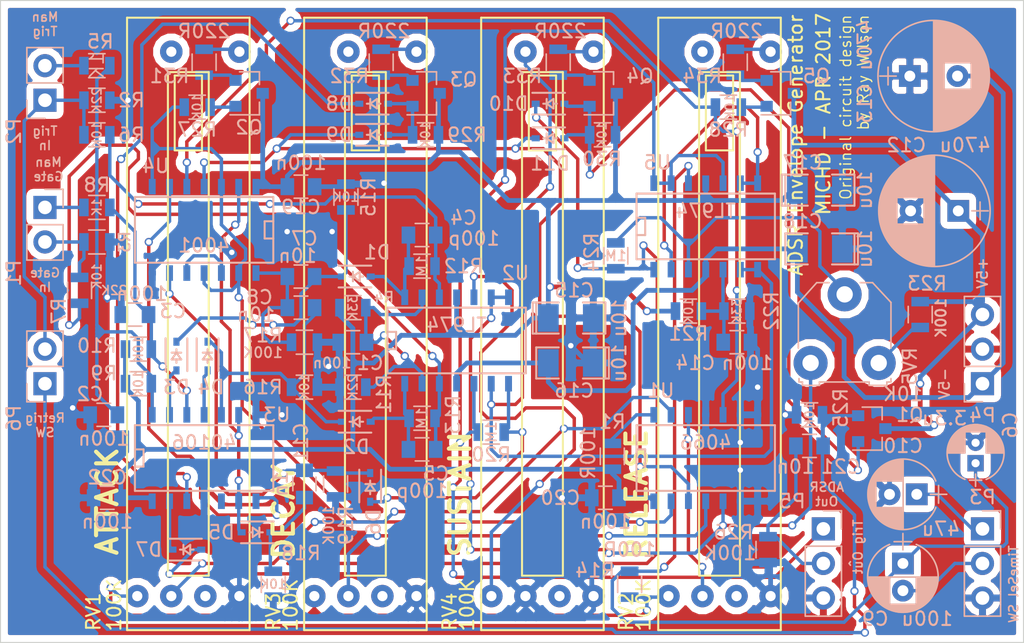
<source format=kicad_pcb>
(kicad_pcb (version 4) (host pcbnew 4.0.4-stable)
  (layers (0 F.Cu signal) (31 B.Cu signal) (34 B.Paste user) (35 F.Paste user) (36 B.SilkS user) (37 F.SilkS user hide) (38 B.Mask user) (39 F.Mask user) (44 Edge.Cuts user hide))
  (net 0 "")
  (net 1 "Net-(C1-Pad1)")
  (net 2 GND)
  (net 3 "Net-(C2-Pad1)")
  (net 4 "Net-(C3-Pad1)")
  (net 5 "Net-(C4-Pad1)")
  (net 6 "Net-(C4-Pad2)")
  (net 7 "Net-(C5-Pad1)")
  (net 8 "Net-(C5-Pad2)")
  (net 9 "Net-(C6-Pad1)")
  (net 10 "Net-(C7-Pad1)")
  (net 11 "Net-(C7-Pad2)")
  (net 12 "Net-(C8-Pad1)")
  (net 13 "Net-(C9-Pad2)")
  (net 14 "Net-(C10-Pad1)")
  (net 15 "Net-(C11-Pad1)")
  (net 16 "Net-(C11-Pad2)")
  (net 17 VCC)
  (net 18 VEE)
  (net 19 "Net-(C14-Pad1)")
  (net 20 RetrigSW)
  (net 21 TrigOut)
  (net 22 "Net-(D3-Pad2)")
  (net 23 "Net-(D4-Pad2)")
  (net 24 "Net-(D5-Pad2)")
  (net 25 "Net-(D6-Pad2)")
  (net 26 "Net-(D7-Pad1)")
  (net 27 "Net-(D10-Pad1)")
  (net 28 "Net-(D8-Pad1)")
  (net 29 "Net-(D8-Pad2)")
  (net 30 DecayState)
  (net 31 "Net-(D10-Pad2)")
  (net 32 "Net-(P1-Pad1)")
  (net 33 "Net-(P1-Pad2)")
  (net 34 TriggerInput)
  (net 35 "Net-(P2-Pad2)")
  (net 36 AdsrLevel)
  (net 37 "Net-(Q2-Pad1)")
  (net 38 "Net-(Q2-Pad2)")
  (net 39 "Net-(Q3-Pad2)")
  (net 40 "Net-(Q4-Pad2)")
  (net 41 "Net-(Q5-Pad1)")
  (net 42 "Net-(Q5-Pad2)")
  (net 43 "Net-(R1-Pad2)")
  (net 44 "Net-(R14-Pad1)")
  (net 45 "Net-(R23-Pad2)")
  (net 46 "Net-(R24-Pad2)")
  (net 47 AttackState)
  (net 48 ReleaseState)
  (net 49 A-LED)
  (net 50 D-LED)
  (net 51 S-LED)
  (net 52 R-LED)
  (net 53 "Net-(RV1-Pad1)")
  (net 54 "Net-(RV1-Pad3)")
  (net 55 "Net-(RV2-Pad1)")
  (net 56 "Net-(RV2-Pad3)")
  (net 57 "Net-(RV3-Pad1)")
  (net 58 "Net-(RV3-Pad3)")
  (net 59 "Net-(RV4-Pad2)")
  (net 60 "Net-(RV4-Pad3)")
  (net 61 SustainLevel)
  (net 62 "Net-(U3-Pad8)")
  (net 63 "Net-(U3-Pad10)")
  (net 64 "Net-(U4-Pad3)")
  (net 65 "Net-(U5-Pad13)")
  (module Capacitors_SMD:C_0805 (layer B.Cu) (at 132.08 101.346 180)
    (fp_text reference C1 (at -1.27 -1.524 180) (layer B.SilkS) (effects (justify mirror)))
    (fp_text value 100n (at 1.524 -1.524 180) (layer B.SilkS) (effects (font (size 0.75 0.75) (thickness 0.13)) (justify mirror)))
    (pad 1 smd rect (at -1 0 180) (size 1 1.25) (layers B.Cu B.Paste B.Mask) (net 1 "Net-(C1-Pad1)"))
    (pad 2 smd rect (at 1 0 180) (size 1 1.25) (layers B.Cu B.Paste B.Mask) (net 2 GND))
  )
  (module Capacitors_SMD:C_0805 (layer B.Cu) (at 113.792 106.68 180)
    (fp_text reference C2 (at 1.016 1.524 180) (layer B.SilkS) (effects (justify mirror)))
    (fp_text value 100n (at 0 -1.75 180) (layer B.SilkS) (effects (justify mirror)))
    (pad 1 smd rect (at -1 0 180) (size 1 1.25) (layers B.Cu B.Paste B.Mask) (net 3 "Net-(C2-Pad1)"))
    (pad 2 smd rect (at 1 0 180) (size 1 1.25) (layers B.Cu B.Paste B.Mask) (net 2 GND))
  )
  (module Capacitors_SMD:C_0805 (layer B.Cu) (at 116.078 99.314 180)
    (fp_text reference C3 (at -2.794 0.254 180) (layer B.SilkS) (effects (justify mirror)))
    (fp_text value 100n (at -0.508 1.524 180) (layer B.SilkS) (effects (justify mirror)))
    (pad 1 smd rect (at -1 0 180) (size 1 1.25) (layers B.Cu B.Paste B.Mask) (net 4 "Net-(C3-Pad1)"))
    (pad 2 smd rect (at 1 0 180) (size 1 1.25) (layers B.Cu B.Paste B.Mask) (net 2 GND))
  )
  (module Capacitors_SMD:C_0805 (layer B.Cu) (at 137.16 93.472 180)
    (fp_text reference C4 (at -3.048 1.27 180) (layer B.SilkS) (effects (justify mirror)))
    (fp_text value 100p (at -3.81 -0.254 180) (layer B.SilkS) (effects (justify mirror)))
    (pad 1 smd rect (at -1 0 180) (size 1 1.25) (layers B.Cu B.Paste B.Mask) (net 5 "Net-(C4-Pad1)"))
    (pad 2 smd rect (at 1 0 180) (size 1 1.25) (layers B.Cu B.Paste B.Mask) (net 6 "Net-(C4-Pad2)"))
  )
  (module Capacitors_SMD:C_0805 (layer B.Cu) (at 137.16 109.22 180)
    (fp_text reference C5 (at -1.016 -1.778 180) (layer B.SilkS) (effects (justify mirror)))
    (fp_text value 100p (at 0 -3.048 180) (layer B.SilkS) (effects (justify mirror)))
    (pad 1 smd rect (at -1 0 180) (size 1 1.25) (layers B.Cu B.Paste B.Mask) (net 7 "Net-(C5-Pad1)"))
    (pad 2 smd rect (at 1 0 180) (size 1 1.25) (layers B.Cu B.Paste B.Mask) (net 8 "Net-(C5-Pad2)"))
  )
  (module Capacitors_ThroughHole:CP_Radial_D4.0mm_P1.50mm (layer B.Cu) (at 177.8 110.236 90)
    (fp_text reference C6 (at 2.794 2.54 90) (layer B.SilkS) (effects (justify mirror)))
    (fp_text value 3.3u (at 3.302 -2.286 180) (layer B.SilkS) (effects (justify mirror)))
    (pad 1 thru_hole rect (at 0 0 90) (size 1.2 1.2) (drill 0.6) (layers *.Cu *.Mask) (net 9 "Net-(C6-Pad1)"))
    (pad 2 thru_hole circle (at 1.5 0 90) (size 1.2 1.2) (drill 0.6) (layers *.Cu *.Mask) (net 2 GND))
  )
  (module Capacitors_SMD:C_0805 (layer B.Cu) (at 128.27 96.52 180)
    (fp_text reference C7 (at -0.254 2.794 180) (layer B.SilkS) (effects (justify mirror)))
    (fp_text value 10n (at 0.254 1.524 180) (layer B.SilkS) (effects (justify mirror)))
    (pad 1 smd rect (at -1 0 180) (size 1 1.25) (layers B.Cu B.Paste B.Mask) (net 10 "Net-(C7-Pad1)"))
    (pad 2 smd rect (at 1 0 180) (size 1 1.25) (layers B.Cu B.Paste B.Mask) (net 11 "Net-(C7-Pad2)"))
  )
  (module Capacitors_SMD:C_0805 (layer B.Cu) (at 128.27 98.806 180)
    (fp_text reference C8 (at 3.048 0.762 180) (layer B.SilkS) (effects (justify mirror)))
    (fp_text value 10n (at 3.302 -0.508 180) (layer B.SilkS) (effects (justify mirror)))
    (pad 1 smd rect (at -1 0 180) (size 1 1.25) (layers B.Cu B.Paste B.Mask) (net 12 "Net-(C8-Pad1)"))
    (pad 2 smd rect (at 1 0 180) (size 1 1.25) (layers B.Cu B.Paste B.Mask) (net 11 "Net-(C7-Pad2)"))
  )
  (module Capacitors_ThroughHole:CP_Radial_D5.0mm_P2.00mm (layer B.Cu) (at 172.466 117.602 270)
    (fp_text reference C9 (at 4.064 2.032 360) (layer B.SilkS) (effects (justify mirror)))
    (fp_text value 100u (at 4.064 -1.778 360) (layer B.SilkS) (effects (justify mirror)))
    (pad 1 thru_hole rect (at 0 0 270) (size 1.6 1.6) (drill 0.8) (layers *.Cu *.Mask) (net 9 "Net-(C6-Pad1)"))
    (pad 2 thru_hole circle (at 2 0 270) (size 1.6 1.6) (drill 0.8) (layers *.Cu *.Mask) (net 13 "Net-(C9-Pad2)"))
  )
  (module Capacitors_ThroughHole:CP_Radial_D5.0mm_P2.00mm (layer B.Cu) (at 173.482 112.522 180)
    (fp_text reference C10 (at 1 3.56 180) (layer B.SilkS) (effects (justify mirror)))
    (fp_text value 47u (at -1.778 -2.54 180) (layer B.SilkS) (effects (justify mirror)))
    (pad 1 thru_hole rect (at 0 0 180) (size 1.6 1.6) (drill 0.8) (layers *.Cu *.Mask) (net 14 "Net-(C10-Pad1)"))
    (pad 2 thru_hole circle (at 2 0 180) (size 1.6 1.6) (drill 0.8) (layers *.Cu *.Mask) (net 2 GND))
  )
  (module Capacitors_SMD:C_0805 (layer B.Cu) (at 128.524 111.76 90)
    (fp_text reference C11 (at 3.048 -0.254 90) (layer B.SilkS) (effects (justify mirror)))
    (fp_text value 1n (at 0 -1.75 90) (layer B.SilkS) (effects (justify mirror)))
    (pad 1 smd rect (at -1 0 90) (size 1 1.25) (layers B.Cu B.Paste B.Mask) (net 15 "Net-(C11-Pad1)"))
    (pad 2 smd rect (at 1 0 90) (size 1 1.25) (layers B.Cu B.Paste B.Mask) (net 16 "Net-(C11-Pad2)"))
  )
  (module Capacitors_ThroughHole:CP_Radial_D8.0mm_P3.50mm (layer B.Cu) (at 176.53 91.694 180)
    (fp_text reference C12 (at 3.81 4.826 360) (layer B.SilkS) (effects (justify mirror)))
    (fp_text value 470u (at -0.508 4.826 180) (layer B.SilkS) (effects (justify mirror)))
    (pad 1 thru_hole rect (at 0 0 180) (size 1.6 1.6) (drill 0.8) (layers *.Cu *.Mask) (net 17 VCC))
    (pad 2 thru_hole circle (at 3.5 0 180) (size 1.6 1.6) (drill 0.8) (layers *.Cu *.Mask) (net 2 GND))
  )
  (module Capacitors_ThroughHole:CP_Radial_D8.0mm_P3.50mm (layer B.Cu) (at 172.974 81.788)
    (fp_text reference C13 (at -3.302 2.032 90) (layer B.SilkS) (effects (justify mirror)))
    (fp_text value 470u (at -3.302 -2.286 90) (layer B.SilkS) (effects (justify mirror)))
    (pad 1 thru_hole rect (at 0 0) (size 1.6 1.6) (drill 0.8) (layers *.Cu *.Mask) (net 2 GND))
    (pad 2 thru_hole circle (at 3.5 0) (size 1.6 1.6) (drill 0.8) (layers *.Cu *.Mask) (net 18 VEE))
  )
  (module Capacitors_SMD:C_0805 (layer B.Cu) (at 160.274 101.346)
    (fp_text reference C14 (at -3.048 1.524) (layer B.SilkS) (effects (justify mirror)))
    (fp_text value 100n (at 0.762 1.524) (layer B.SilkS) (effects (justify mirror)))
    (pad 1 smd rect (at -1 0) (size 1 1.25) (layers B.Cu B.Paste B.Mask) (net 19 "Net-(C14-Pad1)"))
    (pad 2 smd rect (at 1 0) (size 1 1.25) (layers B.Cu B.Paste B.Mask) (net 2 GND))
  )
  (module SMD_Packages:SMD-1206_Pol (layer B.Cu) (at 148.082 99.568)
    (fp_text reference C15 (at 0.254 -2.032) (layer B.SilkS) (effects (justify mirror)))
    (fp_text value 10u (at 3.556 0 90) (layer B.SilkS) (effects (justify mirror)))
    (pad 1 smd rect (at -1.651 0) (size 1.524 2.032) (layers B.Cu B.Paste B.Mask) (net 17 VCC))
    (pad 2 smd rect (at 1.651 0) (size 1.524 2.032) (layers B.Cu B.Paste B.Mask) (net 2 GND))
  )
  (module SMD_Packages:SMD-1206_Pol (layer B.Cu) (at 148.082 102.87 180)
    (fp_text reference C16 (at -0.254 -2.032 180) (layer B.SilkS) (effects (justify mirror)))
    (fp_text value 10u (at -3.556 0 270) (layer B.SilkS) (effects (justify mirror)))
    (pad 1 smd rect (at -1.651 0 180) (size 1.524 2.032) (layers B.Cu B.Paste B.Mask) (net 2 GND))
    (pad 2 smd rect (at 1.651 0 180) (size 1.524 2.032) (layers B.Cu B.Paste B.Mask) (net 18 VEE))
  )
  (module SMD_Packages:SMD-1206_Pol (layer B.Cu) (at 166.37 90.17)
    (fp_text reference C17 (at -1.27 -2.032) (layer B.SilkS) (effects (justify mirror)))
    (fp_text value 10u (at 3.302 0 90) (layer B.SilkS) (effects (justify mirror)))
    (pad 1 smd rect (at -1.651 0) (size 1.524 2.032) (layers B.Cu B.Paste B.Mask) (net 17 VCC))
    (pad 2 smd rect (at 1.651 0) (size 1.524 2.032) (layers B.Cu B.Paste B.Mask) (net 2 GND))
  )
  (module SMD_Packages:SMD-1206_Pol (layer B.Cu) (at 166.37 94.488 180)
    (fp_text reference C18 (at 1.27 2.032 180) (layer B.SilkS) (effects (justify mirror)))
    (fp_text value 10u (at -3.302 0 270) (layer B.SilkS) (effects (justify mirror)))
    (pad 1 smd rect (at -1.651 0 180) (size 1.524 2.032) (layers B.Cu B.Paste B.Mask) (net 2 GND))
    (pad 2 smd rect (at 1.651 0 180) (size 1.524 2.032) (layers B.Cu B.Paste B.Mask) (net 18 VEE))
  )
  (module Capacitors_SMD:C_0805 (layer B.Cu) (at 128.27 89.916)
    (fp_text reference C19 (at 0 1.5) (layer B.SilkS) (effects (justify mirror)))
    (fp_text value 100n (at 0 -1.75) (layer B.SilkS) (effects (justify mirror)))
    (pad 1 smd rect (at -1 0) (size 1 1.25) (layers B.Cu B.Paste B.Mask) (net 17 VCC))
    (pad 2 smd rect (at 1 0) (size 1 1.25) (layers B.Cu B.Paste B.Mask) (net 2 GND))
  )
  (module Capacitors_SMD:C_0805 (layer B.Cu) (at 150.622 112.776 180)
    (fp_text reference C20 (at 3.302 0 180) (layer B.SilkS) (effects (justify mirror)))
    (fp_text value 100n (at 0 -1.75 180) (layer B.SilkS) (effects (justify mirror)))
    (pad 1 smd rect (at -1 0 180) (size 1 1.25) (layers B.Cu B.Paste B.Mask) (net 17 VCC))
    (pad 2 smd rect (at 1 0 180) (size 1 1.25) (layers B.Cu B.Paste B.Mask) (net 2 GND))
  )
  (module Capacitors_SMD:C_0805 (layer B.Cu) (at 165.608 108.966 180)
    (fp_text reference C21 (at -2.286 -1.524 360) (layer B.SilkS) (effects (justify mirror)))
    (fp_text value 10n (at 1.016 -1.524 180) (layer B.SilkS) (effects (justify mirror)))
    (pad 1 smd rect (at -1 0 180) (size 1 1.25) (layers B.Cu B.Paste B.Mask) (net 20 RetrigSW))
    (pad 2 smd rect (at 1 0 180) (size 1 1.25) (layers B.Cu B.Paste B.Mask) (net 21 TrigOut))
  )
  (module Capacitors_SMD:C_0805 (layer B.Cu) (at 114.046 112.776 180)
    (fp_text reference C22 (at 0 1.5 180) (layer B.SilkS) (effects (justify mirror)))
    (fp_text value 100n (at 0 -1.75 180) (layer B.SilkS) (effects (justify mirror)))
    (pad 1 smd rect (at -1 0 180) (size 1 1.25) (layers B.Cu B.Paste B.Mask) (net 17 VCC))
    (pad 2 smd rect (at 1 0 180) (size 1 1.25) (layers B.Cu B.Paste B.Mask) (net 2 GND))
  )
  (module Diodes_SMD:SOD-323 (layer B.Cu) (at 132.334 96.52)
    (fp_text reference D1 (at 1.524 -1.778) (layer B.SilkS) (effects (justify mirror)))
    (fp_text value 1N4148 hide)
    (pad 1 smd rect (at -1.055 0) (size 0.59 0.45) (layers B.Cu B.Paste B.Mask) (net 10 "Net-(C7-Pad1)"))
    (pad 2 smd rect (at 1.055 0) (size 0.59 0.45) (layers B.Cu B.Paste B.Mask) (net 6 "Net-(C4-Pad2)"))
  )
  (module Diodes_SMD:SOD-323 (layer B.Cu) (at 132.334 107.188)
    (fp_text reference D2 (at 0 1.85) (layer B.SilkS) (effects (justify mirror)))
    (fp_text value 1N4148 hide)
    (pad 1 smd rect (at -1.055 0) (size 0.59 0.45) (layers B.Cu B.Paste B.Mask) (net 12 "Net-(C8-Pad1)"))
    (pad 2 smd rect (at 1.055 0) (size 0.59 0.45) (layers B.Cu B.Paste B.Mask) (net 8 "Net-(C5-Pad2)"))
  )
  (module Diodes_SMD:SOD-323 (layer B.Cu) (at 119.126 102.362 270)
    (fp_text reference D3 (at 2.286 0 360) (layer B.SilkS) (effects (justify mirror)))
    (fp_text value 1N4148 hide)
    (pad 1 smd rect (at -1.055 0 270) (size 0.59 0.45) (layers B.Cu B.Paste B.Mask) (net 10 "Net-(C7-Pad1)"))
    (pad 2 smd rect (at 1.055 0 270) (size 0.59 0.45) (layers B.Cu B.Paste B.Mask) (net 22 "Net-(D3-Pad2)"))
  )
  (module Diodes_SMD:SOD-323 (layer B.Cu) (at 121.412 102.362 270)
    (fp_text reference D4 (at 2.286 -0.254 360) (layer B.SilkS) (effects (justify mirror)))
    (fp_text value 1N4148 hide)
    (pad 1 smd rect (at -1.055 0 270) (size 0.59 0.45) (layers B.Cu B.Paste B.Mask) (net 12 "Net-(C8-Pad1)"))
    (pad 2 smd rect (at 1.055 0 270) (size 0.59 0.45) (layers B.Cu B.Paste B.Mask) (net 23 "Net-(D4-Pad2)"))
  )
  (module Diodes_SMD:SOD-323 (layer B.Cu) (at 124.968 115.316 180)
    (fp_text reference D5 (at 2.54 0 180) (layer B.SilkS) (effects (justify mirror)))
    (fp_text value 1N4148 hide)
    (pad 1 smd rect (at -1.055 0 180) (size 0.59 0.45) (layers B.Cu B.Paste B.Mask) (net 15 "Net-(C11-Pad1)"))
    (pad 2 smd rect (at 1.055 0 180) (size 0.59 0.45) (layers B.Cu B.Paste B.Mask) (net 24 "Net-(D5-Pad2)"))
  )
  (module Diodes_SMD:SOD-323 (layer B.Cu) (at 133.35 112.014 270)
    (fp_text reference D6 (at 2.54 -0.254 270) (layer B.SilkS) (effects (justify mirror)))
    (fp_text value 1N4148 hide)
    (pad 1 smd rect (at -1.055 0 270) (size 0.59 0.45) (layers B.Cu B.Paste B.Mask) (net 16 "Net-(C11-Pad2)"))
    (pad 2 smd rect (at 1.055 0 270) (size 0.59 0.45) (layers B.Cu B.Paste B.Mask) (net 25 "Net-(D6-Pad2)"))
  )
  (module Diodes_SMD:SOD-323 (layer B.Cu) (at 119.888 116.586)
    (fp_text reference D7 (at -2.794 0) (layer B.SilkS) (effects (justify mirror)))
    (fp_text value 1N4148 hide)
    (pad 1 smd rect (at -1.055 0) (size 0.59 0.45) (layers B.Cu B.Paste B.Mask) (net 26 "Net-(D7-Pad1)"))
    (pad 2 smd rect (at 1.055 0) (size 0.59 0.45) (layers B.Cu B.Paste B.Mask) (net 27 "Net-(D10-Pad1)"))
  )
  (module Diodes_SMD:SOD-323 (layer B.Cu) (at 133.604 83.82)
    (fp_text reference D8 (at -2.54 0) (layer B.SilkS) (effects (justify mirror)))
    (fp_text value 1N4148 hide)
    (pad 1 smd rect (at -1.055 0) (size 0.59 0.45) (layers B.Cu B.Paste B.Mask) (net 28 "Net-(D8-Pad1)"))
    (pad 2 smd rect (at 1.055 0) (size 0.59 0.45) (layers B.Cu B.Paste B.Mask) (net 29 "Net-(D8-Pad2)"))
  )
  (module Diodes_SMD:SOD-323 (layer B.Cu) (at 133.604 86.106)
    (fp_text reference D9 (at -2.54 0) (layer B.SilkS) (effects (justify mirror)))
    (fp_text value 1N4148 hide)
    (pad 1 smd rect (at -1.055 0) (size 0.59 0.45) (layers B.Cu B.Paste B.Mask) (net 30 DecayState))
    (pad 2 smd rect (at 1.055 0) (size 0.59 0.45) (layers B.Cu B.Paste B.Mask) (net 29 "Net-(D8-Pad2)"))
  )
  (module Diodes_SMD:SOD-323 (layer B.Cu) (at 146.558 83.82)
    (fp_text reference D10 (at -3.048 0) (layer B.SilkS) (effects (justify mirror)))
    (fp_text value 1N4148 hide)
    (pad 1 smd rect (at -1.055 0) (size 0.59 0.45) (layers B.Cu B.Paste B.Mask) (net 27 "Net-(D10-Pad1)"))
    (pad 2 smd rect (at 1.055 0) (size 0.59 0.45) (layers B.Cu B.Paste B.Mask) (net 31 "Net-(D10-Pad2)"))
  )
  (module Diodes_SMD:SOD-323 (layer B.Cu) (at 146.558 86.36)
    (fp_text reference D11 (at 0 1.85) (layer B.SilkS) (effects (justify mirror)))
    (fp_text value 1N4148 hide)
    (pad 1 smd rect (at -1.055 0) (size 0.59 0.45) (layers B.Cu B.Paste B.Mask) (net 30 DecayState))
    (pad 2 smd rect (at 1.055 0) (size 0.59 0.45) (layers B.Cu B.Paste B.Mask) (net 31 "Net-(D10-Pad2)"))
  )
  (module Pin_Headers:Pin_Header_Straight_1x02_Pitch2.54mm (layer B.Cu) (at 109.474 91.44 180)
    (fp_text reference P1 (at 2.286 -4.826 270) (layer B.SilkS) (effects (justify mirror)))
    (fp_text value CONN_01X02 hide)
    (pad 1 thru_hole rect (at 0 0 180) (size 1.7 1.7) (drill 1) (layers *.Cu *.Mask) (net 32 "Net-(P1-Pad1)"))
    (pad 2 thru_hole oval (at 0 -2.54 180) (size 1.7 1.7) (drill 1) (layers *.Cu *.Mask) (net 33 "Net-(P1-Pad2)"))
  )
  (module Pin_Headers:Pin_Header_Straight_1x02_Pitch2.54mm (layer B.Cu) (at 109.474 83.566)
    (fp_text reference P2 (at -2.286 2.286 90) (layer B.SilkS) (effects (justify mirror)))
    (fp_text value CONN_01X02 hide)
    (pad 1 thru_hole rect (at 0 0) (size 1.7 1.7) (drill 1) (layers *.Cu *.Mask) (net 34 TriggerInput))
    (pad 2 thru_hole oval (at 0 -2.54) (size 1.7 1.7) (drill 1) (layers *.Cu *.Mask) (net 35 "Net-(P2-Pad2)"))
  )
  (module Pin_Headers:Pin_Header_Straight_1x03_Pitch2.54mm (layer B.Cu) (at 178.308 115.062 180)
    (fp_text reference P3 (at 0 2.33 180) (layer B.SilkS) (effects (justify mirror)))
    (fp_text value CONN_01X03 hide)
    (pad 1 thru_hole rect (at 0 0 180) (size 1.7 1.7) (drill 1) (layers *.Cu *.Mask) (net 14 "Net-(C10-Pad1)"))
    (pad 2 thru_hole oval (at 0 -2.54 180) (size 1.7 1.7) (drill 1) (layers *.Cu *.Mask) (net 13 "Net-(C9-Pad2)"))
    (pad 3 thru_hole oval (at 0 -5.08 180) (size 1.7 1.7) (drill 1) (layers *.Cu *.Mask) (net 2 GND))
  )
  (module Pin_Headers:Pin_Header_Straight_1x03_Pitch2.54mm (layer B.Cu) (at 178.308 104.394)
    (fp_text reference P4 (at 0 2.33) (layer B.SilkS) (effects (justify mirror)))
    (fp_text value CONN_01X03 hide)
    (pad 1 thru_hole rect (at 0 0) (size 1.7 1.7) (drill 1) (layers *.Cu *.Mask) (net 18 VEE))
    (pad 2 thru_hole oval (at 0 -2.54) (size 1.7 1.7) (drill 1) (layers *.Cu *.Mask) (net 2 GND))
    (pad 3 thru_hole oval (at 0 -5.08) (size 1.7 1.7) (drill 1) (layers *.Cu *.Mask) (net 17 VCC))
  )
  (module Pin_Headers:Pin_Header_Straight_1x03_Pitch2.54mm (layer B.Cu) (at 166.624 115.062 180)
    (fp_text reference P5 (at 2.286 2.032 180) (layer B.SilkS) (effects (justify mirror)))
    (fp_text value CONN_01X03 hide)
    (pad 1 thru_hole rect (at 0 0 180) (size 1.7 1.7) (drill 1) (layers *.Cu *.Mask) (net 36 AdsrLevel))
    (pad 2 thru_hole oval (at 0 -2.54 180) (size 1.7 1.7) (drill 1) (layers *.Cu *.Mask) (net 21 TrigOut))
    (pad 3 thru_hole oval (at 0 -5.08 180) (size 1.7 1.7) (drill 1) (layers *.Cu *.Mask) (net 2 GND))
  )
  (module Pin_Headers:Pin_Header_Straight_1x02_Pitch2.54mm (layer B.Cu) (at 109.474 104.394)
    (fp_text reference P6 (at -2.286 2.54 90) (layer B.SilkS) (effects (justify mirror)))
    (fp_text value CONN_01X02 hide)
    (pad 1 thru_hole rect (at 0 0) (size 1.7 1.7) (drill 1) (layers *.Cu *.Mask) (net 20 RetrigSW))
    (pad 2 thru_hole oval (at 0 -2.54) (size 1.7 1.7) (drill 1) (layers *.Cu *.Mask) (net 34 TriggerInput))
  )
  (module TO_SOT_Packages_SMD:SOT-23 (layer B.Cu) (at 170.18 107.696)
    (fp_text reference Q1 (at 2.794 -1.016) (layer B.SilkS) (effects (justify mirror)))
    (fp_text value MMBT3904 hide)
    (pad 1 smd rect (at -1 0.95) (size 0.9 0.8) (layers B.Cu B.Paste B.Mask) (net 31 "Net-(D10-Pad2)"))
    (pad 2 smd rect (at -1 -0.95) (size 0.9 0.8) (layers B.Cu B.Paste B.Mask) (net 20 RetrigSW))
    (pad 3 smd rect (at 1 0) (size 0.9 0.8) (layers B.Cu B.Paste B.Mask) (net 17 VCC))
  )
  (module TO_SOT_Packages_SMD:SOT-23 (layer B.Cu) (at 124.46 83.058)
    (fp_text reference Q2 (at 0 2.5) (layer B.SilkS) (effects (justify mirror)))
    (fp_text value MMBT3904 hide)
    (pad 1 smd rect (at -1 0.95) (size 0.9 0.8) (layers B.Cu B.Paste B.Mask) (net 37 "Net-(Q2-Pad1)"))
    (pad 2 smd rect (at -1 -0.95) (size 0.9 0.8) (layers B.Cu B.Paste B.Mask) (net 38 "Net-(Q2-Pad2)"))
    (pad 3 smd rect (at 1 0) (size 0.9 0.8) (layers B.Cu B.Paste B.Mask) (net 17 VCC))
  )
  (module TO_SOT_Packages_SMD:SOT-23 (layer B.Cu) (at 137.46 83.058)
    (fp_text reference Q3 (at 2.748 -1.016) (layer B.SilkS) (effects (justify mirror)))
    (fp_text value MMBT3904 hide)
    (pad 1 smd rect (at -1 0.95) (size 0.9 0.8) (layers B.Cu B.Paste B.Mask) (net 29 "Net-(D8-Pad2)"))
    (pad 2 smd rect (at -1 -0.95) (size 0.9 0.8) (layers B.Cu B.Paste B.Mask) (net 39 "Net-(Q3-Pad2)"))
    (pad 3 smd rect (at 1 0) (size 0.9 0.8) (layers B.Cu B.Paste B.Mask) (net 17 VCC))
  )
  (module TO_SOT_Packages_SMD:SOT-23 (layer B.Cu) (at 150.46 83.058)
    (fp_text reference Q4 (at 2.702 -1.27) (layer B.SilkS) (effects (justify mirror)))
    (fp_text value MMBT3904 hide)
    (pad 1 smd rect (at -1 0.95) (size 0.9 0.8) (layers B.Cu B.Paste B.Mask) (net 31 "Net-(D10-Pad2)"))
    (pad 2 smd rect (at -1 -0.95) (size 0.9 0.8) (layers B.Cu B.Paste B.Mask) (net 40 "Net-(Q4-Pad2)"))
    (pad 3 smd rect (at 1 0) (size 0.9 0.8) (layers B.Cu B.Paste B.Mask) (net 17 VCC))
  )
  (module TO_SOT_Packages_SMD:SOT-23 (layer B.Cu) (at 163.46 83.058)
    (fp_text reference Q5 (at 2.656 -1.27) (layer B.SilkS) (effects (justify mirror)))
    (fp_text value MMBT3904 hide)
    (pad 1 smd rect (at -1 0.95) (size 0.9 0.8) (layers B.Cu B.Paste B.Mask) (net 41 "Net-(Q5-Pad1)"))
    (pad 2 smd rect (at -1 -0.95) (size 0.9 0.8) (layers B.Cu B.Paste B.Mask) (net 42 "Net-(Q5-Pad2)"))
    (pad 3 smd rect (at 1 0) (size 0.9 0.8) (layers B.Cu B.Paste B.Mask) (net 17 VCC))
  )
  (module Resistors_SMD:R_0805 (layer B.Cu) (at 151.13 109.728 90)
    (fp_text reference R1 (at 2.54 0 180) (layer B.SilkS) (effects (justify mirror)))
    (fp_text value 100R (at 0.254 -1.778 90) (layer B.SilkS) (effects (justify mirror)))
    (pad 1 smd rect (at -0.95 0 90) (size 0.7 1.3) (layers B.Cu B.Paste B.Mask) (net 17 VCC))
    (pad 2 smd rect (at 0.95 0 90) (size 0.7 1.3) (layers B.Cu B.Paste B.Mask) (net 43 "Net-(R1-Pad2)"))
  )
  (module Resistors_SMD:R_0805 (layer B.Cu) (at 113.284 83.566 180)
    (fp_text reference R2 (at -2.54 0 180) (layer B.SilkS) (effects (justify mirror)))
    (fp_text value 10K (at 0 -2.54 270) (layer B.SilkS) (effects (font (size 0.66 0.66) (thickness 0.12)) (justify mirror)))
    (pad 1 smd rect (at -0.95 0 180) (size 0.7 1.3) (layers B.Cu B.Paste B.Mask) (net 2 GND))
    (pad 2 smd rect (at 0.95 0 180) (size 0.7 1.3) (layers B.Cu B.Paste B.Mask) (net 34 TriggerInput))
  )
  (module Resistors_SMD:R_0805 (layer B.Cu) (at 113.284 93.98 180)
    (fp_text reference R3 (at -2.032 0 270) (layer B.SilkS) (effects (font (size 0.8 0.8) (thickness 0.14)) (justify mirror)))
    (fp_text value 10K (at 0 -2.54 270) (layer B.SilkS) (effects (font (size 0.66 0.66) (thickness 0.12)) (justify mirror)))
    (pad 1 smd rect (at -0.95 0 180) (size 0.7 1.3) (layers B.Cu B.Paste B.Mask) (net 2 GND))
    (pad 2 smd rect (at 0.95 0 180) (size 0.7 1.3) (layers B.Cu B.Paste B.Mask) (net 33 "Net-(P1-Pad2)"))
  )
  (module Resistors_SMD:R_0805 (layer B.Cu) (at 132.08 98.806)
    (fp_text reference R4 (at 2.286 -0.762) (layer B.SilkS) (effects (font (size 0.75 0.75) (thickness 0.13)) (justify mirror)))
    (fp_text value 33K (at 0 0 90) (layer B.SilkS) (effects (font (size 0.66 0.66) (thickness 0.12)) (justify mirror)))
    (pad 1 smd rect (at -0.95 0) (size 0.7 1.3) (layers B.Cu B.Paste B.Mask) (net 17 VCC))
    (pad 2 smd rect (at 0.95 0) (size 0.7 1.3) (layers B.Cu B.Paste B.Mask) (net 1 "Net-(C1-Pad1)"))
  )
  (module Resistors_SMD:R_0805 (layer B.Cu) (at 113.284 81.026 180)
    (fp_text reference R5 (at -0.254 1.778 180) (layer B.SilkS) (effects (justify mirror)))
    (fp_text value 1K (at 0 0 270) (layer B.SilkS) (effects (font (thickness 0.12)) (justify mirror)))
    (pad 1 smd rect (at -0.95 0 180) (size 0.7 1.3) (layers B.Cu B.Paste B.Mask) (net 3 "Net-(C2-Pad1)"))
    (pad 2 smd rect (at 0.95 0 180) (size 0.7 1.3) (layers B.Cu B.Paste B.Mask) (net 35 "Net-(P2-Pad2)"))
  )
  (module Resistors_SMD:R_0805 (layer B.Cu) (at 113.284 86.106)
    (fp_text reference R6 (at 2.54 0) (layer B.SilkS) (effects (justify mirror)))
    (fp_text value 22K (at 0 -2.54 90) (layer B.SilkS) (effects (font (size 0.66 0.66) (thickness 0.12)) (justify mirror)))
    (pad 1 smd rect (at -0.95 0) (size 0.7 1.3) (layers B.Cu B.Paste B.Mask) (net 34 TriggerInput))
    (pad 2 smd rect (at 0.95 0) (size 0.7 1.3) (layers B.Cu B.Paste B.Mask) (net 5 "Net-(C4-Pad1)"))
  )
  (module Resistors_SMD:R_0805 (layer B.Cu) (at 112.014 97.536 270)
    (fp_text reference R7 (at 1.524 1.524 270) (layer B.SilkS) (effects (justify mirror)))
    (fp_text value 22K (at 0 -2.54 360) (layer B.SilkS) (effects (font (size 0.66 0.66) (thickness 0.12)) (justify mirror)))
    (pad 1 smd rect (at -0.95 0 270) (size 0.7 1.3) (layers B.Cu B.Paste B.Mask) (net 33 "Net-(P1-Pad2)"))
    (pad 2 smd rect (at 0.95 0 270) (size 0.7 1.3) (layers B.Cu B.Paste B.Mask) (net 7 "Net-(C5-Pad1)"))
  )
  (module Resistors_SMD:R_0805 (layer B.Cu) (at 113.284 91.44 180)
    (fp_text reference R8 (at 0 1.65 180) (layer B.SilkS) (effects (justify mirror)))
    (fp_text value 1K (at 0 0 270) (layer B.SilkS) (effects (font (size 0.66 0.66) (thickness 0.12)) (justify mirror)))
    (pad 1 smd rect (at -0.95 0 180) (size 0.7 1.3) (layers B.Cu B.Paste B.Mask) (net 4 "Net-(C3-Pad1)"))
    (pad 2 smd rect (at 0.95 0 180) (size 0.7 1.3) (layers B.Cu B.Paste B.Mask) (net 32 "Net-(P1-Pad1)"))
  )
  (module Resistors_SMD:R_0805 (layer B.Cu) (at 116.332 104.394 180)
    (fp_text reference R9 (at 2.54 0.762 180) (layer B.SilkS) (effects (justify mirror)))
    (fp_text value 10K (at 0 0 270) (layer B.SilkS) (effects (font (size 0.66 0.66) (thickness 0.12)) (justify mirror)))
    (pad 1 smd rect (at -0.95 0 180) (size 0.7 1.3) (layers B.Cu B.Paste B.Mask) (net 3 "Net-(C2-Pad1)"))
    (pad 2 smd rect (at 0.95 0 180) (size 0.7 1.3) (layers B.Cu B.Paste B.Mask) (net 17 VCC))
  )
  (module Resistors_SMD:R_0805 (layer B.Cu) (at 116.332 101.854 180)
    (fp_text reference R10 (at 3.048 0.254 180) (layer B.SilkS) (effects (justify mirror)))
    (fp_text value 10K (at 0 0 270) (layer B.SilkS) (effects (font (size 0.66 0.66) (thickness 0.12)) (justify mirror)))
    (pad 1 smd rect (at -0.95 0 180) (size 0.7 1.3) (layers B.Cu B.Paste B.Mask) (net 4 "Net-(C3-Pad1)"))
    (pad 2 smd rect (at 0.95 0 180) (size 0.7 1.3) (layers B.Cu B.Paste B.Mask) (net 17 VCC))
  )
  (module Resistors_SMD:R_0805 (layer B.Cu) (at 132.08 104.648 180)
    (fp_text reference R11 (at -2.286 -0.508 270) (layer B.SilkS) (effects (justify mirror)))
    (fp_text value 22K (at 0 0 270) (layer B.SilkS) (effects (font (size 0.66 0.66) (thickness 0.12)) (justify mirror)))
    (pad 1 smd rect (at -0.95 0 180) (size 0.7 1.3) (layers B.Cu B.Paste B.Mask) (net 1 "Net-(C1-Pad1)"))
    (pad 2 smd rect (at 0.95 0 180) (size 0.7 1.3) (layers B.Cu B.Paste B.Mask) (net 2 GND))
  )
  (module Resistors_SMD:R_0805 (layer B.Cu) (at 137.16 95.758 180)
    (fp_text reference R12 (at -3.048 0 180) (layer B.SilkS) (effects (justify mirror)))
    (fp_text value 1M (at 0 0 270) (layer B.SilkS) (effects (font (size 0.75 0.75) (thickness 0.13)) (justify mirror)))
    (pad 1 smd rect (at -0.95 0 180) (size 0.7 1.3) (layers B.Cu B.Paste B.Mask) (net 5 "Net-(C4-Pad1)"))
    (pad 2 smd rect (at 0.95 0 180) (size 0.7 1.3) (layers B.Cu B.Paste B.Mask) (net 6 "Net-(C4-Pad2)"))
  )
  (module Resistors_SMD:R_0805 (layer B.Cu) (at 137.16 106.934 180)
    (fp_text reference R13 (at -2.286 0.254 270) (layer B.SilkS) (effects (justify mirror)))
    (fp_text value 1M (at 0 0 270) (layer B.SilkS) (effects (font (size 0.75 0.75) (thickness 0.13)) (justify mirror)))
    (pad 1 smd rect (at -0.95 0 180) (size 0.7 1.3) (layers B.Cu B.Paste B.Mask) (net 7 "Net-(C5-Pad1)"))
    (pad 2 smd rect (at 0.95 0 180) (size 0.7 1.3) (layers B.Cu B.Paste B.Mask) (net 8 "Net-(C5-Pad2)"))
  )
  (module Resistors_SMD:R_0805 (layer B.Cu) (at 152.4 119.126 90)
    (fp_text reference R14 (at 1.016 -2.54 180) (layer B.SilkS) (effects (justify mirror)))
    (fp_text value 100R (at 2.54 0 180) (layer B.SilkS) (effects (justify mirror)))
    (pad 1 smd rect (at -0.95 0 90) (size 0.7 1.3) (layers B.Cu B.Paste B.Mask) (net 44 "Net-(R14-Pad1)"))
    (pad 2 smd rect (at 0.95 0 90) (size 0.7 1.3) (layers B.Cu B.Paste B.Mask) (net 9 "Net-(C6-Pad1)"))
  )
  (module Resistors_SMD:R_0805 (layer B.Cu) (at 131.572 90.678 90)
    (fp_text reference R15 (at 0 1.65 90) (layer B.SilkS) (effects (justify mirror)))
    (fp_text value 10K (at 0 0 180) (layer B.SilkS) (effects (font (size 0.66 0.66) (thickness 0.12)) (justify mirror)))
    (pad 1 smd rect (at -0.95 0 90) (size 0.7 1.3) (layers B.Cu B.Paste B.Mask) (net 10 "Net-(C7-Pad1)"))
    (pad 2 smd rect (at 0.95 0 90) (size 0.7 1.3) (layers B.Cu B.Paste B.Mask) (net 2 GND))
  )
  (module Resistors_SMD:R_0805 (layer B.Cu) (at 128.524 104.648 180)
    (fp_text reference R16 (at 3.048 0 180) (layer B.SilkS) (effects (justify mirror)))
    (fp_text value 10K (at 0 0 270) (layer B.SilkS) (effects (font (size 0.66 0.66) (thickness 0.12)) (justify mirror)))
    (pad 1 smd rect (at -0.95 0 180) (size 0.7 1.3) (layers B.Cu B.Paste B.Mask) (net 2 GND))
    (pad 2 smd rect (at 0.95 0 180) (size 0.7 1.3) (layers B.Cu B.Paste B.Mask) (net 12 "Net-(C8-Pad1)"))
  )
  (module Resistors_SMD:R_0805 (layer B.Cu) (at 128.524 101.346)
    (fp_text reference R17 (at -3.048 -0.508) (layer B.SilkS) (effects (justify mirror)))
    (fp_text value 100K (at -3.048 0.762) (layer B.SilkS) (effects (font (size 0.75 0.75) (thickness 0.13)) (justify mirror)))
    (pad 1 smd rect (at -0.95 0) (size 0.7 1.3) (layers B.Cu B.Paste B.Mask) (net 11 "Net-(C7-Pad2)"))
    (pad 2 smd rect (at 0.95 0) (size 0.7 1.3) (layers B.Cu B.Paste B.Mask) (net 2 GND))
  )
  (module Resistors_SMD:R_0805 (layer B.Cu) (at 126.238 119.126 270)
    (fp_text reference R18 (at -2.286 -2.032 360) (layer B.SilkS) (effects (justify mirror)))
    (fp_text value 10K (at 0 0 360) (layer B.SilkS) (effects (font (size 0.66 0.66) (thickness 0.12)) (justify mirror)))
    (pad 1 smd rect (at -0.95 0 270) (size 0.7 1.3) (layers B.Cu B.Paste B.Mask) (net 15 "Net-(C11-Pad1)"))
    (pad 2 smd rect (at 0.95 0 270) (size 0.7 1.3) (layers B.Cu B.Paste B.Mask) (net 2 GND))
  )
  (module Resistors_SMD:R_0805 (layer B.Cu) (at 130.81 111.76 270)
    (fp_text reference R19 (at 3.048 -0.762 270) (layer B.SilkS) (effects (justify mirror)))
    (fp_text value 100K (at 3.048 0.508 270) (layer B.SilkS) (effects (font (size 0.75 0.75) (thickness 0.13)) (justify mirror)))
    (pad 1 smd rect (at -0.95 0 270) (size 0.7 1.3) (layers B.Cu B.Paste B.Mask) (net 16 "Net-(C11-Pad2)"))
    (pad 2 smd rect (at 0.95 0 270) (size 0.7 1.3) (layers B.Cu B.Paste B.Mask) (net 2 GND))
  )
  (module Resistors_SMD:R_0805 (layer B.Cu) (at 142.24 107.95)
    (fp_text reference R20 (at 0 1.65) (layer B.SilkS) (effects (justify mirror)))
    (fp_text value 1M (at 0 0 90) (layer B.SilkS) (effects (font (size 0.75 0.75) (thickness 0.13)) (justify mirror)))
    (pad 1 smd rect (at -0.95 0) (size 0.7 1.3) (layers B.Cu B.Paste B.Mask) (net 36 AdsrLevel))
    (pad 2 smd rect (at 0.95 0) (size 0.7 1.3) (layers B.Cu B.Paste B.Mask) (net 25 "Net-(D6-Pad2)"))
  )
  (module Resistors_SMD:R_0805 (layer B.Cu) (at 156.718 99.06)
    (fp_text reference R21 (at 0 1.65) (layer B.SilkS) (effects (justify mirror)))
    (fp_text value 10K (at 0 0 90) (layer B.SilkS) (effects (font (size 0.65 0.65) (thickness 0.12)) (justify mirror)))
    (pad 1 smd rect (at -0.95 0) (size 0.7 1.3) (layers B.Cu B.Paste B.Mask) (net 17 VCC))
    (pad 2 smd rect (at 0.95 0) (size 0.7 1.3) (layers B.Cu B.Paste B.Mask) (net 19 "Net-(C14-Pad1)"))
  )
  (module Resistors_SMD:R_0805 (layer B.Cu) (at 160.274 99.06)
    (fp_text reference R22 (at 2.54 0 90) (layer B.SilkS) (effects (justify mirror)))
    (fp_text value 33K (at 0 0 90) (layer B.SilkS) (effects (font (size 0.66 0.66) (thickness 0.12)) (justify mirror)))
    (pad 1 smd rect (at -0.95 0) (size 0.7 1.3) (layers B.Cu B.Paste B.Mask) (net 19 "Net-(C14-Pad1)"))
    (pad 2 smd rect (at 0.95 0) (size 0.7 1.3) (layers B.Cu B.Paste B.Mask) (net 2 GND))
  )
  (module Resistors_SMD:R_0805 (layer B.Cu) (at 173.736 99.314 270)
    (fp_text reference R23 (at -2.286 -0.508 360) (layer B.SilkS) (effects (justify mirror)))
    (fp_text value 100K (at 0.254 -1.524 270) (layer B.SilkS) (effects (font (size 0.75 0.75)) (justify mirror)))
    (pad 1 smd rect (at -0.95 0 270) (size 0.7 1.3) (layers B.Cu B.Paste B.Mask) (net 17 VCC))
    (pad 2 smd rect (at 0.95 0 270) (size 0.7 1.3) (layers B.Cu B.Paste B.Mask) (net 45 "Net-(R23-Pad2)"))
  )
  (module Resistors_SMD:R_0805 (layer B.Cu) (at 151.384 94.996 90)
    (fp_text reference R24 (at 0.254 -1.778 270) (layer B.SilkS) (effects (justify mirror)))
    (fp_text value 1M (at 0 0 180) (layer B.SilkS) (effects (font (size 0.75 0.75) (thickness 0.13)) (justify mirror)))
    (pad 1 smd rect (at -0.95 0 90) (size 0.7 1.3) (layers B.Cu B.Paste B.Mask) (net 27 "Net-(D10-Pad1)"))
    (pad 2 smd rect (at 0.95 0 90) (size 0.7 1.3) (layers B.Cu B.Paste B.Mask) (net 46 "Net-(R24-Pad2)"))
  )
  (module Resistors_SMD:R_0805 (layer B.Cu) (at 165.608 106.68 180)
    (fp_text reference R25 (at -2.286 0.508 270) (layer B.SilkS) (effects (justify mirror)))
    (fp_text value 10K (at 0 0 270) (layer B.SilkS) (effects (font (size 0.66 0.66) (thickness 0.12)) (justify mirror)))
    (pad 1 smd rect (at -0.95 0 180) (size 0.7 1.3) (layers B.Cu B.Paste B.Mask) (net 20 RetrigSW))
    (pad 2 smd rect (at 0.95 0 180) (size 0.7 1.3) (layers B.Cu B.Paste B.Mask) (net 2 GND))
  )
  (module Resistors_SMD:R_0805 (layer B.Cu) (at 162.56 116.586 270)
    (fp_text reference R26 (at -1.27 2.54 360) (layer B.SilkS) (effects (justify mirror)))
    (fp_text value 100K (at 0.254 2.794 360) (layer B.SilkS) (effects (justify mirror)))
    (pad 1 smd rect (at -0.95 0 270) (size 0.7 1.3) (layers B.Cu B.Paste B.Mask) (net 21 TrigOut))
    (pad 2 smd rect (at 0.95 0 270) (size 0.7 1.3) (layers B.Cu B.Paste B.Mask) (net 2 GND))
  )
  (module Resistors_SMD:R_0805 (layer B.Cu) (at 120.65 84.074)
    (fp_text reference R27 (at 0 1.65) (layer B.SilkS) (effects (justify mirror)))
    (fp_text value 10K (at 0 0 90) (layer B.SilkS) (effects (font (size 0.66 0.66) (thickness 0.12)) (justify mirror)))
    (pad 1 smd rect (at -0.95 0) (size 0.7 1.3) (layers B.Cu B.Paste B.Mask) (net 47 AttackState))
    (pad 2 smd rect (at 0.95 0) (size 0.7 1.3) (layers B.Cu B.Paste B.Mask) (net 37 "Net-(Q2-Pad1)"))
  )
  (module Resistors_SMD:R_0805 (layer B.Cu) (at 159.65 84.074)
    (fp_text reference R28 (at 0 1.65) (layer B.SilkS) (effects (justify mirror)))
    (fp_text value 10K (at 0.116 0 90) (layer B.SilkS) (effects (font (size 0.65 0.65) (thickness 0.12)) (justify mirror)))
    (pad 1 smd rect (at -0.95 0) (size 0.7 1.3) (layers B.Cu B.Paste B.Mask) (net 48 ReleaseState))
    (pad 2 smd rect (at 0.95 0) (size 0.7 1.3) (layers B.Cu B.Paste B.Mask) (net 41 "Net-(Q5-Pad1)"))
  )
  (module Resistors_SMD:R_0805 (layer B.Cu) (at 137.414 86.106 180)
    (fp_text reference R29 (at -3.048 0 180) (layer B.SilkS) (effects (justify mirror)))
    (fp_text value 10K (at 0 0 270) (layer B.SilkS) (effects (font (size 0.66 0.66) (thickness 0.12)) (justify mirror)))
    (pad 1 smd rect (at -0.95 0 180) (size 0.7 1.3) (layers B.Cu B.Paste B.Mask) (net 17 VCC))
    (pad 2 smd rect (at 0.95 0 180) (size 0.7 1.3) (layers B.Cu B.Paste B.Mask) (net 29 "Net-(D8-Pad2)"))
  )
  (module Resistors_SMD:R_0805 (layer B.Cu) (at 150.414 86.106 180)
    (fp_text reference R30 (at 0.046 -1.778 180) (layer B.SilkS) (effects (justify mirror)))
    (fp_text value 10K (at 0.046 0 450) (layer B.SilkS) (effects (font (size 0.65 0.65) (thickness 0.12)) (justify mirror)))
    (pad 1 smd rect (at -0.95 0 180) (size 0.7 1.3) (layers B.Cu B.Paste B.Mask) (net 17 VCC))
    (pad 2 smd rect (at 0.95 0 180) (size 0.7 1.3) (layers B.Cu B.Paste B.Mask) (net 31 "Net-(D10-Pad2)"))
  )
  (module Resistors_SMD:R_0805 (layer B.Cu) (at 121.158 80.772 270)
    (fp_text reference R31 (at 1.016 2.54 360) (layer B.SilkS) (effects (justify mirror)))
    (fp_text value 220R (at -2.286 0 360) (layer B.SilkS) (effects (justify mirror)))
    (pad 1 smd rect (at -0.95 0 270) (size 0.7 1.3) (layers B.Cu B.Paste B.Mask) (net 49 A-LED))
    (pad 2 smd rect (at 0.95 0 270) (size 0.7 1.3) (layers B.Cu B.Paste B.Mask) (net 38 "Net-(Q2-Pad2)"))
  )
  (module Resistors_SMD:R_0805 (layer B.Cu) (at 134.158 80.772 270)
    (fp_text reference R32 (at 1.016 2.332 360) (layer B.SilkS) (effects (justify mirror)))
    (fp_text value 220R (at -2.286 -0.208 360) (layer B.SilkS) (effects (justify mirror)))
    (pad 1 smd rect (at -0.95 0 270) (size 0.7 1.3) (layers B.Cu B.Paste B.Mask) (net 50 D-LED))
    (pad 2 smd rect (at 0.95 0 270) (size 0.7 1.3) (layers B.Cu B.Paste B.Mask) (net 39 "Net-(Q3-Pad2)"))
  )
  (module Resistors_SMD:R_0805 (layer B.Cu) (at 147.158 80.772 270)
    (fp_text reference R33 (at 1.016 2.632 360) (layer B.SilkS) (effects (justify mirror)))
    (fp_text value 220R (at -2.286 -0.162 360) (layer B.SilkS) (effects (justify mirror)))
    (pad 1 smd rect (at -0.95 0 270) (size 0.7 1.3) (layers B.Cu B.Paste B.Mask) (net 51 S-LED))
    (pad 2 smd rect (at 0.95 0 270) (size 0.7 1.3) (layers B.Cu B.Paste B.Mask) (net 40 "Net-(Q4-Pad2)"))
  )
  (module Resistors_SMD:R_0805 (layer B.Cu) (at 160.158 80.772 270)
    (fp_text reference R34 (at 1.016 2.424 360) (layer B.SilkS) (effects (justify mirror)))
    (fp_text value 220R (at -2.286 -0.116 360) (layer B.SilkS) (effects (justify mirror)))
    (pad 1 smd rect (at -0.95 0 270) (size 0.7 1.3) (layers B.Cu B.Paste B.Mask) (net 52 R-LED))
    (pad 2 smd rect (at 0.95 0 270) (size 0.7 1.3) (layers B.Cu B.Paste B.Mask) (net 42 "Net-(Q5-Pad2)"))
  )
  (module "Bourns PTL:Bourns-PTL30-X" (layer F.Cu) (at 120 100)
    (fp_text reference RV1 (at -6.97 21.158 90) (layer F.SilkS))
    (fp_text value 100K (at -5.446 20.65 90) (layer F.SilkS))
    (pad 1 thru_hole circle (at -1.25 20) (size 1.65 1.65) (drill 0.75) (layers *.Cu *.Mask) (net 53 "Net-(RV1-Pad1)"))
    (pad 2 thru_hole circle (at -3.75 20) (size 1.65 1.65) (drill 0.75) (layers *.Cu *.Mask) (net 44 "Net-(R14-Pad1)"))
    (pad L thru_hole circle (at 1.25 20) (size 1.65 1.65) (drill 0.75) (layers *.Cu *.Mask))
    (pad E thru_hole circle (at 3.75 20) (size 1.65 1.65) (drill 0.75) (layers *.Cu *.Mask) (net 2 GND))
    (pad 3 thru_hole circle (at -1.25 -20) (size 1.65 1.65) (drill 0.75) (layers *.Cu *.Mask) (net 54 "Net-(RV1-Pad3)"))
    (pad B thru_hole circle (at 3.75 -20) (size 1.65 1.65) (drill 0.75) (layers *.Cu *.Mask) (net 49 A-LED))
  )
  (module "Bourns PTL:Bourns-PTL30-X" (layer F.Cu) (at 159 100)
    (fp_text reference RV2 (at -6.854 21.158 90) (layer F.SilkS))
    (fp_text value 100K (at -5.584 20.65 90) (layer F.SilkS))
    (pad 1 thru_hole circle (at -1.25 20) (size 1.65 1.65) (drill 0.75) (layers *.Cu *.Mask) (net 55 "Net-(RV2-Pad1)"))
    (pad 2 thru_hole circle (at -3.75 20) (size 1.65 1.65) (drill 0.75) (layers *.Cu *.Mask) (net 44 "Net-(R14-Pad1)"))
    (pad L thru_hole circle (at 1.25 20) (size 1.65 1.65) (drill 0.75) (layers *.Cu *.Mask))
    (pad E thru_hole circle (at 3.75 20) (size 1.65 1.65) (drill 0.75) (layers *.Cu *.Mask) (net 2 GND))
    (pad 3 thru_hole circle (at -1.25 -20) (size 1.65 1.65) (drill 0.75) (layers *.Cu *.Mask) (net 56 "Net-(RV2-Pad3)"))
    (pad B thru_hole circle (at 3.75 -20) (size 1.65 1.65) (drill 0.75) (layers *.Cu *.Mask) (net 52 R-LED))
  )
  (module "Bourns PTL:Bourns-PTL30-X" (layer F.Cu) (at 133 100)
    (fp_text reference RV3 (at -6.762 21.158 90) (layer F.SilkS))
    (fp_text value 100K (at -5.492 20.65 90) (layer F.SilkS))
    (pad 1 thru_hole circle (at -1.25 20) (size 1.65 1.65) (drill 0.75) (layers *.Cu *.Mask) (net 57 "Net-(RV3-Pad1)"))
    (pad 2 thru_hole circle (at -3.75 20) (size 1.65 1.65) (drill 0.75) (layers *.Cu *.Mask) (net 44 "Net-(R14-Pad1)"))
    (pad L thru_hole circle (at 1.25 20) (size 1.65 1.65) (drill 0.75) (layers *.Cu *.Mask))
    (pad E thru_hole circle (at 3.75 20) (size 1.65 1.65) (drill 0.75) (layers *.Cu *.Mask) (net 2 GND))
    (pad 3 thru_hole circle (at -1.25 -20) (size 1.65 1.65) (drill 0.75) (layers *.Cu *.Mask) (net 58 "Net-(RV3-Pad3)"))
    (pad B thru_hole circle (at 3.75 -20) (size 1.65 1.65) (drill 0.75) (layers *.Cu *.Mask) (net 50 D-LED))
  )
  (module "Bourns PTL:Bourns-PTL30-X" (layer F.Cu) (at 146 100)
    (fp_text reference RV4 (at -6.808 21.158 90) (layer F.SilkS))
    (fp_text value 100K (at -5.538 20.65 90) (layer F.SilkS))
    (pad 1 thru_hole circle (at -1.25 20) (size 1.65 1.65) (drill 0.75) (layers *.Cu *.Mask) (net 2 GND))
    (pad 2 thru_hole circle (at -3.75 20) (size 1.65 1.65) (drill 0.75) (layers *.Cu *.Mask) (net 59 "Net-(RV4-Pad2)"))
    (pad L thru_hole circle (at 1.25 20) (size 1.65 1.65) (drill 0.75) (layers *.Cu *.Mask))
    (pad E thru_hole circle (at 3.75 20) (size 1.65 1.65) (drill 0.75) (layers *.Cu *.Mask) (net 2 GND))
    (pad 3 thru_hole circle (at -1.25 -20) (size 1.65 1.65) (drill 0.75) (layers *.Cu *.Mask) (net 60 "Net-(RV4-Pad3)"))
    (pad B thru_hole circle (at 3.75 -20) (size 1.65 1.65) (drill 0.75) (layers *.Cu *.Mask) (net 51 S-LED))
  )
  (module Potentiometers:Potentiometer_Triwood_RM-065 (layer B.Cu) (at 170.688 102.87 180)
    (fp_text reference RV5 (at -2.286 -0.254 450) (layer B.SilkS) (effects (justify mirror)))
    (fp_text value 10K (at -1.778 -2.286 180) (layer B.SilkS) (effects (justify mirror)))
    (pad 2 thru_hole circle (at 2.5 5.04 180) (size 2.5 2.5) (drill 1.2) (layers *.Cu *.Mask) (net 46 "Net-(R24-Pad2)"))
    (pad 3 thru_hole circle (at 5 0 180) (size 2.5 2.5) (drill 1.2) (layers *.Cu *.Mask) (net 61 SustainLevel))
    (pad 1 thru_hole circle (at 0 0 180) (size 2.5 2.5) (drill 1.2) (layers *.Cu *.Mask) (net 45 "Net-(R23-Pad2)"))
  )
  (module SMD_Packages:SOIC-14_N (layer B.Cu) (at 157.988 109.982)
    (fp_text reference U1 (at -3.302 -5.08) (layer B.SilkS) (effects (justify mirror)))
    (fp_text value 4066 (at 0 -1.27) (layer B.SilkS) (effects (justify mirror)))
    (pad 1 smd rect (at -3.81 -3.302) (size 0.508 1.143) (layers B.Cu B.Paste B.Mask) (net 43 "Net-(R1-Pad2)"))
    (pad 2 smd rect (at -2.54 -3.302) (size 0.508 1.143) (layers B.Cu B.Paste B.Mask) (net 53 "Net-(RV1-Pad1)"))
    (pad 3 smd rect (at -1.27 -3.302) (size 0.508 1.143) (layers B.Cu B.Paste B.Mask) (net 55 "Net-(RV2-Pad1)"))
    (pad 4 smd rect (at 0 -3.302) (size 0.508 1.143) (layers B.Cu B.Paste B.Mask) (net 2 GND))
    (pad 5 smd rect (at 1.27 -3.302) (size 0.508 1.143) (layers B.Cu B.Paste B.Mask) (net 48 ReleaseState))
    (pad 6 smd rect (at 2.54 -3.302) (size 0.508 1.143) (layers B.Cu B.Paste B.Mask) (net 2 GND))
    (pad 7 smd rect (at 3.81 -3.302) (size 0.508 1.143) (layers B.Cu B.Paste B.Mask) (net 2 GND))
    (pad 8 smd rect (at 3.81 3.048) (size 0.508 1.143) (layers B.Cu B.Paste B.Mask) (net 2 GND))
    (pad 9 smd rect (at 2.54 3.048) (size 0.508 1.143) (layers B.Cu B.Paste B.Mask) (net 2 GND))
    (pad 11 smd rect (at 0 3.048) (size 0.508 1.143) (layers B.Cu B.Paste B.Mask) (net 57 "Net-(RV3-Pad1)"))
    (pad 12 smd rect (at -1.27 3.048) (size 0.508 1.143) (layers B.Cu B.Paste B.Mask) (net 30 DecayState))
    (pad 13 smd rect (at -2.54 3.048) (size 0.508 1.143) (layers B.Cu B.Paste B.Mask) (net 47 AttackState))
    (pad 14 smd rect (at -3.81 3.048) (size 0.508 1.143) (layers B.Cu B.Paste B.Mask) (net 17 VCC))
    (pad 10 smd rect (at 1.27 3.048) (size 0.508 1.143) (layers B.Cu B.Paste B.Mask) (net 61 SustainLevel))
  )
  (module SMD_Packages:SOIC-14_N (layer B.Cu) (at 139.7 101.346)
    (fp_text reference U2 (at 4.318 -5.08) (layer B.SilkS) (effects (justify mirror)))
    (fp_text value TL974 (at 0 -1.27) (layer B.SilkS) (effects (justify mirror)))
    (pad 1 smd rect (at -3.81 -3.302) (size 0.508 1.143) (layers B.Cu B.Paste B.Mask) (net 6 "Net-(C4-Pad2)"))
    (pad 2 smd rect (at -2.54 -3.302) (size 0.508 1.143) (layers B.Cu B.Paste B.Mask) (net 1 "Net-(C1-Pad1)"))
    (pad 3 smd rect (at -1.27 -3.302) (size 0.508 1.143) (layers B.Cu B.Paste B.Mask) (net 5 "Net-(C4-Pad1)"))
    (pad 4 smd rect (at 0 -3.302) (size 0.508 1.143) (layers B.Cu B.Paste B.Mask) (net 17 VCC))
    (pad 5 smd rect (at 1.27 -3.302) (size 0.508 1.143) (layers B.Cu B.Paste B.Mask) (net 59 "Net-(RV4-Pad2)"))
    (pad 6 smd rect (at 2.54 -3.302) (size 0.508 1.143) (layers B.Cu B.Paste B.Mask) (net 61 SustainLevel))
    (pad 7 smd rect (at 3.81 -3.302) (size 0.508 1.143) (layers B.Cu B.Paste B.Mask) (net 61 SustainLevel))
    (pad 8 smd rect (at 3.81 3.048) (size 0.508 1.143) (layers B.Cu B.Paste B.Mask) (net 25 "Net-(D6-Pad2)"))
    (pad 9 smd rect (at 2.54 3.048) (size 0.508 1.143) (layers B.Cu B.Paste B.Mask) (net 60 "Net-(RV4-Pad3)"))
    (pad 11 smd rect (at 0 3.048) (size 0.508 1.143) (layers B.Cu B.Paste B.Mask) (net 18 VEE))
    (pad 12 smd rect (at -1.27 3.048) (size 0.508 1.143) (layers B.Cu B.Paste B.Mask) (net 7 "Net-(C5-Pad1)"))
    (pad 13 smd rect (at -2.54 3.048) (size 0.508 1.143) (layers B.Cu B.Paste B.Mask) (net 1 "Net-(C1-Pad1)"))
    (pad 14 smd rect (at -3.81 3.048) (size 0.508 1.143) (layers B.Cu B.Paste B.Mask) (net 8 "Net-(C5-Pad2)"))
    (pad 10 smd rect (at 1.27 3.048) (size 0.508 1.143) (layers B.Cu B.Paste B.Mask) (net 36 AdsrLevel))
  )
  (module SMD_Packages:SOIC-14_N (layer B.Cu) (at 121.158 109.982)
    (fp_text reference U3 (at 5.334 -3.302) (layer B.SilkS) (effects (justify mirror)))
    (fp_text value 40106 (at 0 -1.27) (layer B.SilkS) (effects (justify mirror)))
    (pad 1 smd rect (at -3.81 -3.302) (size 0.508 1.143) (layers B.Cu B.Paste B.Mask) (net 3 "Net-(C2-Pad1)"))
    (pad 2 smd rect (at -2.54 -3.302) (size 0.508 1.143) (layers B.Cu B.Paste B.Mask) (net 22 "Net-(D3-Pad2)"))
    (pad 3 smd rect (at -1.27 -3.302) (size 0.508 1.143) (layers B.Cu B.Paste B.Mask) (net 4 "Net-(C3-Pad1)"))
    (pad 4 smd rect (at 0 -3.302) (size 0.508 1.143) (layers B.Cu B.Paste B.Mask) (net 23 "Net-(D4-Pad2)"))
    (pad 5 smd rect (at 1.27 -3.302) (size 0.508 1.143) (layers B.Cu B.Paste B.Mask) (net 12 "Net-(C8-Pad1)"))
    (pad 6 smd rect (at 2.54 -3.302) (size 0.508 1.143) (layers B.Cu B.Paste B.Mask) (net 24 "Net-(D5-Pad2)"))
    (pad 7 smd rect (at 3.81 -3.302) (size 0.508 1.143) (layers B.Cu B.Paste B.Mask) (net 2 GND))
    (pad 8 smd rect (at 3.81 3.048) (size 0.508 1.143) (layers B.Cu B.Paste B.Mask) (net 62 "Net-(U3-Pad8)"))
    (pad 9 smd rect (at 2.54 3.048) (size 0.508 1.143) (layers B.Cu B.Paste B.Mask) (net 24 "Net-(D5-Pad2)"))
    (pad 11 smd rect (at 0 3.048) (size 0.508 1.143) (layers B.Cu B.Paste B.Mask) (net 2 GND))
    (pad 12 smd rect (at -1.27 3.048) (size 0.508 1.143) (layers B.Cu B.Paste B.Mask) (net 28 "Net-(D8-Pad1)"))
    (pad 13 smd rect (at -2.54 3.048) (size 0.508 1.143) (layers B.Cu B.Paste B.Mask) (net 26 "Net-(D7-Pad1)"))
    (pad 14 smd rect (at -3.81 3.048) (size 0.508 1.143) (layers B.Cu B.Paste B.Mask) (net 17 VCC))
    (pad 10 smd rect (at 1.27 3.048) (size 0.508 1.143) (layers B.Cu B.Paste B.Mask) (net 63 "Net-(U3-Pad10)"))
  )
  (module SMD_Packages:SOIC-14_N (layer B.Cu) (at 121.158 92.964 180)
    (fp_text reference U4 (at 3.556 4.572 180) (layer B.SilkS) (effects (justify mirror)))
    (fp_text value 4001 (at 0 -1.27 180) (layer B.SilkS) (effects (justify mirror)))
    (pad 1 smd rect (at -3.81 -3.302 180) (size 0.508 1.143) (layers B.Cu B.Paste B.Mask) (net 11 "Net-(C7-Pad2)"))
    (pad 2 smd rect (at -2.54 -3.302 180) (size 0.508 1.143) (layers B.Cu B.Paste B.Mask) (net 47 AttackState))
    (pad 3 smd rect (at -1.27 -3.302 180) (size 0.508 1.143) (layers B.Cu B.Paste B.Mask) (net 64 "Net-(U4-Pad3)"))
    (pad 4 smd rect (at 0 -3.302 180) (size 0.508 1.143) (layers B.Cu B.Paste B.Mask) (net 47 AttackState))
    (pad 5 smd rect (at 1.27 -3.302 180) (size 0.508 1.143) (layers B.Cu B.Paste B.Mask) (net 64 "Net-(U4-Pad3)"))
    (pad 6 smd rect (at 2.54 -3.302 180) (size 0.508 1.143) (layers B.Cu B.Paste B.Mask) (net 16 "Net-(C11-Pad2)"))
    (pad 7 smd rect (at 3.81 -3.302 180) (size 0.508 1.143) (layers B.Cu B.Paste B.Mask) (net 2 GND))
    (pad 8 smd rect (at 3.81 3.048 180) (size 0.508 1.143) (layers B.Cu B.Paste B.Mask) (net 47 AttackState))
    (pad 9 smd rect (at 2.54 3.048 180) (size 0.508 1.143) (layers B.Cu B.Paste B.Mask) (net 62 "Net-(U3-Pad8)"))
    (pad 11 smd rect (at 0 3.048 180) (size 0.508 1.143) (layers B.Cu B.Paste B.Mask) (net 30 DecayState))
    (pad 12 smd rect (at -1.27 3.048 180) (size 0.508 1.143) (layers B.Cu B.Paste B.Mask) (net 47 AttackState))
    (pad 13 smd rect (at -2.54 3.048 180) (size 0.508 1.143) (layers B.Cu B.Paste B.Mask) (net 24 "Net-(D5-Pad2)"))
    (pad 14 smd rect (at -3.81 3.048 180) (size 0.508 1.143) (layers B.Cu B.Paste B.Mask) (net 17 VCC))
    (pad 10 smd rect (at 1.27 3.048 180) (size 0.508 1.143) (layers B.Cu B.Paste B.Mask) (net 48 ReleaseState))
  )
  (module SMD_Packages:SOIC-14_N (layer B.Cu) (at 157.988 92.964)
    (fp_text reference U5 (at -3.556 -4.826) (layer B.SilkS) (effects (justify mirror)))
    (fp_text value TL974 (at 0 -1.27) (layer B.SilkS) (effects (justify mirror)))
    (pad 1 smd rect (at -3.81 -3.302) (size 0.508 1.143) (layers B.Cu B.Paste B.Mask) (net 36 AdsrLevel))
    (pad 2 smd rect (at -2.54 -3.302) (size 0.508 1.143) (layers B.Cu B.Paste B.Mask) (net 36 AdsrLevel))
    (pad 3 smd rect (at -1.27 -3.302) (size 0.508 1.143) (layers B.Cu B.Paste B.Mask) (net 9 "Net-(C6-Pad1)"))
    (pad 4 smd rect (at 0 -3.302) (size 0.508 1.143) (layers B.Cu B.Paste B.Mask) (net 17 VCC))
    (pad 5 smd rect (at 1.27 -3.302) (size 0.508 1.143) (layers B.Cu B.Paste B.Mask) (net 36 AdsrLevel))
    (pad 6 smd rect (at 2.54 -3.302) (size 0.508 1.143) (layers B.Cu B.Paste B.Mask) (net 65 "Net-(U5-Pad13)"))
    (pad 7 smd rect (at 3.81 -3.302) (size 0.508 1.143) (layers B.Cu B.Paste B.Mask) (net 65 "Net-(U5-Pad13)"))
    (pad 8 smd rect (at 3.81 3.048) (size 0.508 1.143) (layers B.Cu B.Paste B.Mask) (net 60 "Net-(RV4-Pad3)"))
    (pad 9 smd rect (at 2.54 3.048) (size 0.508 1.143) (layers B.Cu B.Paste B.Mask) (net 60 "Net-(RV4-Pad3)"))
    (pad 11 smd rect (at 0 3.048) (size 0.508 1.143) (layers B.Cu B.Paste B.Mask) (net 18 VEE))
    (pad 12 smd rect (at -1.27 3.048) (size 0.508 1.143) (layers B.Cu B.Paste B.Mask) (net 46 "Net-(R24-Pad2)"))
    (pad 13 smd rect (at -2.54 3.048) (size 0.508 1.143) (layers B.Cu B.Paste B.Mask) (net 65 "Net-(U5-Pad13)"))
    (pad 14 smd rect (at -3.81 3.048) (size 0.508 1.143) (layers B.Cu B.Paste B.Mask) (net 27 "Net-(D10-Pad1)"))
    (pad 10 smd rect (at 1.27 3.048) (size 0.508 1.143) (layers B.Cu B.Paste B.Mask) (net 19 "Net-(C14-Pad1)"))
  )
  (gr_text ^ (at 168.91 117.602 90) (layer B.SilkS) (effects (font (size 0.66 0.66) (thickness 0.12)) (justify mirror)))
  (gr_text "Trig Out" (at 169.164 114.3 90) (layer B.SilkS) (effects (font (size 0.66 0.66) (thickness 0.12)) (justify left mirror)))
  (gr_text "ADSR\nOut" (at 166.878 112.522) (layer B.SilkS) (effects (font (size 0.66 0.66) (thickness 0.12)) (justify mirror)))
  (gr_text -5V (at 175.514 104.394 90) (layer B.SilkS) (effects (font (size 0.75 0.75) (thickness 0.13)) (justify mirror)))
  (gr_text +5V (at 178.308 96.266 90) (layer B.SilkS) (effects (font (size 0.75 0.75) (thickness 0.13)) (justify mirror)))
  (gr_text "TimeSel SW\n" (at 180.594 119.126 90) (layer B.SilkS) (effects (font (size 0.66 0.66) (thickness 0.12)) (justify mirror)))
  (gr_text "Retrig\nSW" (at 109.474 107.442) (layer B.SilkS) (effects (font (size 0.66 0.66) (thickness 0.12)) (justify mirror)))
  (gr_text "Man\nGate" (at 109.728 88.646) (layer B.SilkS) (effects (font (size 0.66 0.66) (thickness 0.12)) (justify mirror)))
  (gr_text "Gate\nIn" (at 109.474 96.774) (layer B.SilkS) (effects (font (size 0.66 0.66) (thickness 0.12)) (justify mirror)))
  (gr_text "Trig\nIn" (at 109.474 86.36) (layer B.SilkS) (effects (font (size 0.66 0.66) (thickness 0.12)) (justify mirror)))
  (gr_text "Man\nTrig" (at 109.474 77.978) (layer B.SilkS) (effects (font (size 0.66 0.66) (thickness 0.12)) (justify mirror)))
  (gr_text "Original circuit design\nby Ray Wilson" (at 168.91 77.216 90) (layer F.SilkS) (effects (font (size 0.8 0.8) (thickness 0.1)) (justify right)))
  (gr_text "MICHD - APR 2017" (at 166.624 84.582 90) (layer F.SilkS) (effects (font (size 1 1))))
  (gr_text "ADSR Envelope Generator\n" (at 164.592 86.868 90) (layer F.SilkS) (effects (font (size 1 1))))
  (gr_text RELEASE (at 152.908 112.522 90) (layer F.SilkS) (effects (font (size 1.5 1.5) (thickness 0.3))))
  (gr_text SUSTAIN (at 139.954 112.522 90) (layer F.SilkS) (effects (font (size 1.5 1.5) (thickness 0.3))))
  (gr_text DECAY (at 127 113.792 90) (layer F.SilkS) (effects (font (size 1.5 1.5) (thickness 0.3))))
  (gr_text ATTACK (at 114.046 113.03 90) (layer F.SilkS) (effects (font (size 1.5 1.5) (thickness 0.3))))
  (gr_line (start 106.172 123.444) (end 181.356 123.444) (angle 90) (layer Edge.Cuts) (width 0.15))
  (gr_line (start 106.172 76.2) (end 181.356 76.2) (angle 90) (layer Edge.Cuts) (width 0.15))
  (gr_line (start 181.356 123.444) (end 181.356 76.2) (angle 90) (layer Edge.Cuts) (width 0.15))
  (gr_line (start 106.172 123.444) (end 106.172 76.2) (angle 90) (layer Edge.Cuts) (width 0.15))
  (segment (start 135.89 102.87) (end 136.398 102.87) (width 0.25) (layer B.Cu) (net 1))
  (segment (start 136.144 102.616) (end 135.89 102.87) (width 0.25) (layer B.Cu) (net 1))
  (segment (start 135.89 102.87) (end 135.636 103.124) (width 0.25) (layer B.Cu) (net 1))
  (segment (start 135.636 103.124) (end 135.89 103.124) (width 0.25) (layer B.Cu) (net 1))
  (segment (start 136.144 103.124) (end 136.144 102.616) (width 0.25) (layer B.Cu) (net 1))
  (segment (start 136.652 103.124) (end 136.398 102.87) (width 0.25) (layer B.Cu) (net 1))
  (segment (start 136.398 102.87) (end 136.144 102.616) (width 0.25) (layer B.Cu) (net 1))
  (segment (start 136.144 102.616) (end 135.89 102.362) (width 0.25) (layer B.Cu) (net 1))
  (via (at 135.89 102.362) (size 0.6) (drill 0.4) (layers F.Cu B.Cu) (net 1))
  (segment (start 135.89 102.362) (end 134.366 100.838) (width 0.25) (layer F.Cu) (net 1))
  (via (at 134.366 100.838) (size 0.6) (drill 0.4) (layers F.Cu B.Cu) (net 1))
  (segment (start 134.366 100.838) (end 133.858 101.346) (width 0.25) (layer B.Cu) (net 1))
  (segment (start 133.858 101.346) (end 133.08 101.346) (width 0.25) (layer B.Cu) (net 1))
  (segment (start 133.03 104.648) (end 133.604 104.648) (width 0.25) (layer B.Cu) (net 1))
  (segment (start 133.604 104.648) (end 135.128 103.124) (width 0.25) (layer B.Cu) (net 1))
  (segment (start 135.128 103.124) (end 135.89 103.124) (width 0.25) (layer B.Cu) (net 1))
  (segment (start 137.16 103.632) (end 137.16 104.394) (width 0.25) (layer B.Cu) (net 1))
  (segment (start 136.652 103.124) (end 137.16 103.632) (width 0.25) (layer B.Cu) (net 1))
  (segment (start 135.89 103.124) (end 136.144 103.124) (width 0.25) (layer B.Cu) (net 1))
  (segment (start 136.144 103.124) (end 136.652 103.124) (width 0.25) (layer B.Cu) (net 1))
  (segment (start 133.03 98.806) (end 133.03 101.296) (width 0.25) (layer B.Cu) (net 1))
  (segment (start 133.03 101.296) (end 133.08 101.346) (width 0.25) (layer B.Cu) (net 1))
  (segment (start 133.03 98.806) (end 133.604 98.806) (width 0.25) (layer B.Cu) (net 1))
  (segment (start 137.16 98.806) (end 137.16 98.044) (width 0.25) (layer B.Cu) (net 1))
  (segment (start 136.652 99.314) (end 137.16 98.806) (width 0.25) (layer B.Cu) (net 1))
  (segment (start 134.112 99.314) (end 136.652 99.314) (width 0.25) (layer B.Cu) (net 1))
  (segment (start 133.604 98.806) (end 134.112 99.314) (width 0.25) (layer B.Cu) (net 1))
  (segment (start 149.733 102.87) (end 149.352 102.87) (width 0.35) (layer B.Cu) (net 2))
  (segment (start 149.352 102.87) (end 148.082 101.6) (width 0.35) (layer B.Cu) (net 2))
  (via (at 148.082 101.6) (size 0.6) (drill 0.4) (layers F.Cu B.Cu) (net 2))
  (segment (start 148.082 101.6) (end 148.209 101.727) (width 0.35) (layer F.Cu) (net 2))
  (segment (start 148.209 101.727) (end 148.209 104.902) (width 0.35) (layer F.Cu) (net 2))
  (segment (start 148.209 104.902) (end 149.352 106.045) (width 0.35) (layer F.Cu) (net 2))
  (segment (start 149.352 106.045) (end 149.352 110.871) (width 0.35) (layer F.Cu) (net 2))
  (segment (start 149.352 110.871) (end 147.447 112.776) (width 0.35) (layer F.Cu) (net 2))
  (via (at 147.447 112.776) (size 0.6) (drill 0.4) (layers F.Cu B.Cu) (net 2))
  (segment (start 147.447 112.776) (end 149.622 112.776) (width 0.35) (layer B.Cu) (net 2))
  (segment (start 130.302 103.124) (end 130.302 103.251) (width 0.35) (layer F.Cu) (net 2))
  (segment (start 130.302 103.251) (end 126.873 106.68) (width 0.35) (layer F.Cu) (net 2))
  (segment (start 130.556 90.424) (end 131.318 89.662) (width 0.35) (layer F.Cu) (net 2))
  (segment (start 130.556 90.424) (end 129.794 89.662) (width 0.35) (layer F.Cu) (net 2))
  (segment (start 130.556 90.17) (end 131.064 89.662) (width 0.35) (layer F.Cu) (net 2))
  (segment (start 131.064 89.662) (end 130.937 89.662) (width 0.35) (layer F.Cu) (net 2))
  (segment (start 130.556 90.17) (end 130.048 89.662) (width 0.35) (layer F.Cu) (net 2))
  (segment (start 130.556 93.218) (end 130.556 90.424) (width 0.35) (layer F.Cu) (net 2))
  (segment (start 130.556 90.424) (end 130.556 90.17) (width 0.35) (layer F.Cu) (net 2))
  (segment (start 130.556 90.17) (end 130.556 89.662) (width 0.35) (layer F.Cu) (net 2))
  (segment (start 126.3015 95.3135) (end 126.3015 94.1705) (width 0.35) (layer F.Cu) (net 2))
  (segment (start 126.3015 94.1705) (end 126.238 94.234) (width 0.35) (layer F.Cu) (net 2))
  (segment (start 126.238 94.234) (end 126.238 94.361) (width 0.35) (layer F.Cu) (net 2))
  (segment (start 126.238 94.361) (end 126.238 94.234) (width 0.35) (layer F.Cu) (net 2))
  (segment (start 126.0475 94.4245) (end 126.0475 95.0595) (width 0.35) (layer F.Cu) (net 2))
  (segment (start 126.0475 95.0595) (end 125.984 94.996) (width 0.35) (layer F.Cu) (net 2))
  (segment (start 123.063 121.285) (end 123.317 121.539) (width 0.35) (layer B.Cu) (net 2))
  (segment (start 114.234 83.566) (end 115.57 83.566) (width 0.35) (layer B.Cu) (net 2))
  (segment (start 118.364 89.662) (end 129.794 89.662) (width 0.35) (layer F.Cu) (net 2))
  (segment (start 129.794 89.662) (end 130.048 89.662) (width 0.35) (layer F.Cu) (net 2))
  (segment (start 130.048 89.662) (end 130.556 89.662) (width 0.35) (layer F.Cu) (net 2))
  (segment (start 130.556 89.662) (end 130.937 89.662) (width 0.35) (layer F.Cu) (net 2))
  (segment (start 130.937 89.662) (end 131.318 89.662) (width 0.35) (layer F.Cu) (net 2))
  (segment (start 131.318 89.662) (end 134.112 89.662) (width 0.35) (layer F.Cu) (net 2))
  (segment (start 117.856 89.154) (end 118.364 89.662) (width 0.35) (layer F.Cu) (net 2))
  (segment (start 117.856 85.852) (end 117.856 89.154) (width 0.35) (layer F.Cu) (net 2))
  (segment (start 115.57 83.566) (end 117.856 85.852) (width 0.35) (layer F.Cu) (net 2))
  (via (at 115.57 83.566) (size 0.6) (drill 0.4) (layers F.Cu B.Cu) (net 2))
  (segment (start 133.858 89.662) (end 134.112 89.662) (width 0.35) (layer F.Cu) (net 2))
  (segment (start 164.658 106.68) (end 163.83 106.68) (width 0.35) (layer B.Cu) (net 2))
  (segment (start 161.798 104.648) (end 161.798 106.68) (width 0.35) (layer B.Cu) (net 2))
  (via (at 161.798 104.648) (size 0.6) (drill 0.4) (layers F.Cu B.Cu) (net 2))
  (segment (start 163.83 106.68) (end 161.798 104.648) (width 0.35) (layer F.Cu) (net 2))
  (via (at 163.83 106.68) (size 0.6) (drill 0.4) (layers F.Cu B.Cu) (net 2))
  (segment (start 160.528 113.03) (end 160.528 110.744) (width 0.35) (layer B.Cu) (net 2))
  (segment (start 160.528 108.712) (end 160.528 106.68) (width 0.35) (layer B.Cu) (net 2))
  (via (at 160.528 108.712) (size 0.6) (drill 0.4) (layers F.Cu B.Cu) (net 2))
  (segment (start 160.528 110.744) (end 160.528 108.712) (width 0.35) (layer F.Cu) (net 2))
  (via (at 160.528 110.744) (size 0.6) (drill 0.4) (layers F.Cu B.Cu) (net 2))
  (segment (start 131.572 89.728) (end 134.3 89.728) (width 0.35) (layer B.Cu) (net 2))
  (segment (start 127.254 93.218) (end 126.238 94.234) (width 0.35) (layer F.Cu) (net 2))
  (segment (start 126.238 94.234) (end 126.0475 94.4245) (width 0.35) (layer F.Cu) (net 2))
  (segment (start 126.0475 94.4245) (end 125.73 94.742) (width 0.35) (layer F.Cu) (net 2))
  (via (at 127.254 93.218) (size 0.6) (drill 0.4) (layers F.Cu B.Cu) (net 2))
  (segment (start 130.556 93.218) (end 127.254 93.218) (width 0.35) (layer B.Cu) (net 2))
  (via (at 130.556 93.218) (size 0.6) (drill 0.4) (layers F.Cu B.Cu) (net 2))
  (segment (start 134.112 89.662) (end 133.858 89.662) (width 0.35) (layer F.Cu) (net 2))
  (via (at 134.366 89.662) (size 0.6) (drill 0.4) (layers F.Cu B.Cu) (net 2))
  (segment (start 134.3 89.728) (end 134.366 89.662) (width 0.35) (layer B.Cu) (net 2))
  (segment (start 117.348 96.266) (end 117.348 96.012) (width 0.35) (layer B.Cu) (net 2))
  (segment (start 117.348 96.012) (end 119.634 93.726) (width 0.35) (layer B.Cu) (net 2))
  (segment (start 125.476 94.742) (end 125.73 94.742) (width 0.35) (layer F.Cu) (net 2))
  (segment (start 123.444 94.742) (end 125.476 94.742) (width 0.35) (layer F.Cu) (net 2))
  (segment (start 123.19 94.742) (end 123.444 94.742) (width 0.35) (layer F.Cu) (net 2))
  (via (at 123.19 94.742) (size 0.6) (drill 0.4) (layers F.Cu B.Cu) (net 2))
  (segment (start 122.174 93.726) (end 123.19 94.742) (width 0.35) (layer B.Cu) (net 2))
  (segment (start 119.634 93.726) (end 122.174 93.726) (width 0.35) (layer B.Cu) (net 2))
  (segment (start 125.73 94.742) (end 125.984 94.996) (width 0.35) (layer F.Cu) (net 2))
  (segment (start 125.984 94.996) (end 126.3015 95.3135) (width 0.35) (layer F.Cu) (net 2))
  (segment (start 126.3015 95.3135) (end 130.302 99.314) (width 0.35) (layer F.Cu) (net 2))
  (segment (start 130.302 99.314) (end 130.302 103.124) (width 0.35) (layer F.Cu) (net 2))
  (segment (start 115.078 99.314) (end 115.078 98.314) (width 0.35) (layer B.Cu) (net 2))
  (segment (start 112.014 106.68) (end 111.506 106.172) (width 0.35) (layer B.Cu) (net 2))
  (via (at 111.506 106.172) (size 0.6) (drill 0.4) (layers F.Cu B.Cu) (net 2))
  (segment (start 111.506 106.172) (end 111.506 103.378) (width 0.35) (layer F.Cu) (net 2))
  (segment (start 111.506 103.378) (end 114.046 100.838) (width 0.35) (layer F.Cu) (net 2))
  (segment (start 114.046 100.838) (end 114.046 98.044) (width 0.35) (layer F.Cu) (net 2))
  (via (at 114.046 98.044) (size 0.6) (drill 0.4) (layers F.Cu B.Cu) (net 2))
  (segment (start 112.014 106.68) (end 112.792 106.68) (width 0.35) (layer B.Cu) (net 2))
  (segment (start 114.808 98.044) (end 114.046 98.044) (width 0.35) (layer B.Cu) (net 2))
  (segment (start 115.078 98.314) (end 114.808 98.044) (width 0.35) (layer B.Cu) (net 2))
  (segment (start 124.968 106.68) (end 126.873 106.68) (width 0.35) (layer B.Cu) (net 2))
  (segment (start 130.302 103.124) (end 129.54 103.124) (width 0.35) (layer B.Cu) (net 2))
  (via (at 130.302 103.124) (size 0.6) (drill 0.4) (layers F.Cu B.Cu) (net 2))
  (via (at 126.873 106.68) (size 0.6) (drill 0.4) (layers F.Cu B.Cu) (net 2))
  (segment (start 160.528 113.03) (end 160.528 116.84) (width 0.35) (layer B.Cu) (net 2))
  (segment (start 161.224 117.536) (end 162.56 117.536) (width 0.35) (layer B.Cu) (net 2))
  (segment (start 160.528 116.84) (end 161.224 117.536) (width 0.35) (layer B.Cu) (net 2))
  (segment (start 162.56 117.536) (end 162.75 117.726) (width 0.35) (layer B.Cu) (net 2))
  (segment (start 162.75 117.726) (end 162.75 120) (width 0.35) (layer B.Cu) (net 2))
  (segment (start 123.952 120.904) (end 123.952 121.666) (width 0.35) (layer B.Cu) (net 2))
  (segment (start 123.952 121.666) (end 124.206 121.412) (width 0.35) (layer B.Cu) (net 2))
  (segment (start 123.75 120.904) (end 123.952 120.904) (width 0.35) (layer B.Cu) (net 2))
  (segment (start 123.952 121.666) (end 124.206 121.412) (width 0.35) (layer B.Cu) (net 2))
  (segment (start 124.206 121.412) (end 124.333 121.285) (width 0.35) (layer B.Cu) (net 2))
  (segment (start 124.333 121.285) (end 124.46 121.412) (width 0.35) (layer B.Cu) (net 2))
  (segment (start 123.47 120.878) (end 123.444 120.904) (width 0.35) (layer B.Cu) (net 2))
  (segment (start 123.47 121.386) (end 123.47 120.878) (width 0.35) (layer B.Cu) (net 2))
  (segment (start 123.317 121.539) (end 123.47 121.386) (width 0.35) (layer B.Cu) (net 2))
  (segment (start 123.75 120) (end 123.75 120.904) (width 0.35) (layer B.Cu) (net 2))
  (segment (start 123.75 120.904) (end 123.75 121.106) (width 0.35) (layer B.Cu) (net 2))
  (segment (start 123.75 121.106) (end 123.19 121.666) (width 0.35) (layer B.Cu) (net 2))
  (segment (start 123.75 120) (end 123.75 120.702) (width 0.35) (layer B.Cu) (net 2))
  (segment (start 123.75 120.702) (end 123.952 120.904) (width 0.35) (layer B.Cu) (net 2))
  (segment (start 123.952 120.904) (end 124.46 121.412) (width 0.35) (layer B.Cu) (net 2))
  (segment (start 124.46 121.412) (end 124.714 121.666) (width 0.35) (layer B.Cu) (net 2))
  (segment (start 124.46 121.666) (end 124.714 121.666) (width 0.35) (layer B.Cu) (net 2))
  (segment (start 123.724 121.64) (end 124.333 121.031) (width 0.35) (layer B.Cu) (net 2))
  (segment (start 123.724 121.64) (end 123.75 121.666) (width 0.35) (layer B.Cu) (net 2))
  (segment (start 123.75 120) (end 123.75 121.666) (width 0.35) (layer B.Cu) (net 2))
  (segment (start 123.75 121.666) (end 123.698 121.666) (width 0.35) (layer B.Cu) (net 2))
  (segment (start 123.75 120) (end 123.75 120.598) (width 0.35) (layer B.Cu) (net 2))
  (segment (start 123.75 120.598) (end 123.444 120.904) (width 0.35) (layer B.Cu) (net 2))
  (segment (start 123.444 120.904) (end 123.19 121.158) (width 0.35) (layer B.Cu) (net 2))
  (segment (start 123.19 121.158) (end 123.063 121.285) (width 0.35) (layer B.Cu) (net 2))
  (segment (start 123.063 121.285) (end 122.682 121.666) (width 0.35) (layer B.Cu) (net 2))
  (segment (start 124.46 121.666) (end 124.968 121.666) (width 0.35) (layer B.Cu) (net 2))
  (segment (start 113.046 112.776) (end 113.046 120.158) (width 0.35) (layer B.Cu) (net 2))
  (segment (start 114.554 121.666) (end 122.682 121.666) (width 0.35) (layer B.Cu) (net 2))
  (segment (start 122.682 121.666) (end 123.19 121.666) (width 0.35) (layer B.Cu) (net 2))
  (segment (start 123.19 121.666) (end 123.698 121.666) (width 0.35) (layer B.Cu) (net 2))
  (segment (start 123.698 121.666) (end 123.952 121.666) (width 0.35) (layer B.Cu) (net 2))
  (segment (start 123.952 121.666) (end 124.46 121.666) (width 0.35) (layer B.Cu) (net 2))
  (segment (start 113.046 120.158) (end 114.554 121.666) (width 0.35) (layer B.Cu) (net 2))
  (segment (start 112.792 106.68) (end 112.792 112.522) (width 0.35) (layer B.Cu) (net 2))
  (segment (start 112.792 112.522) (end 113.046 112.776) (width 0.35) (layer B.Cu) (net 2))
  (segment (start 123.75 120) (end 123.75 117.4) (width 0.35) (layer B.Cu) (net 2))
  (segment (start 121.158 114.808) (end 121.158 113.03) (width 0.35) (layer B.Cu) (net 2))
  (segment (start 123.75 117.4) (end 121.158 114.808) (width 0.35) (layer B.Cu) (net 2))
  (segment (start 123.952 119.798) (end 123.75 120) (width 0.35) (layer B.Cu) (net 2))
  (segment (start 136.75 121.412) (end 137.16 121.412) (width 0.35) (layer B.Cu) (net 2))
  (segment (start 136.75 120.904) (end 136.75 121.002) (width 0.35) (layer B.Cu) (net 2))
  (segment (start 136.75 121.002) (end 137.16 121.412) (width 0.35) (layer B.Cu) (net 2))
  (segment (start 137.16 121.412) (end 137.414 121.666) (width 0.35) (layer B.Cu) (net 2))
  (segment (start 136.75 120.904) (end 136.75 121.06) (width 0.35) (layer B.Cu) (net 2))
  (segment (start 136.75 121.06) (end 136.144 121.666) (width 0.35) (layer B.Cu) (net 2))
  (segment (start 136.75 120.904) (end 136.75 121.412) (width 0.35) (layer B.Cu) (net 2))
  (segment (start 136.75 121.412) (end 136.75 121.666) (width 0.35) (layer B.Cu) (net 2))
  (segment (start 136.75 121.666) (end 136.906 121.666) (width 0.35) (layer B.Cu) (net 2))
  (segment (start 136.75 120) (end 136.75 121.06) (width 0.35) (layer B.Cu) (net 2))
  (segment (start 136.75 121.06) (end 136.144 121.666) (width 0.35) (layer B.Cu) (net 2))
  (segment (start 123.75 120) (end 123.75 120.448) (width 0.35) (layer B.Cu) (net 2))
  (segment (start 123.75 120.448) (end 124.46 121.158) (width 0.35) (layer B.Cu) (net 2))
  (segment (start 124.46 121.158) (end 124.968 121.666) (width 0.35) (layer B.Cu) (net 2))
  (segment (start 124.968 121.666) (end 136.144 121.666) (width 0.35) (layer B.Cu) (net 2))
  (segment (start 136.144 121.666) (end 136.906 121.666) (width 0.35) (layer B.Cu) (net 2))
  (segment (start 136.906 121.666) (end 137.414 121.666) (width 0.35) (layer B.Cu) (net 2))
  (segment (start 137.414 121.666) (end 144.018 121.666) (width 0.35) (layer B.Cu) (net 2))
  (segment (start 145.288 121.412) (end 144.272 121.412) (width 0.35) (layer B.Cu) (net 2))
  (segment (start 144.78 121.666) (end 144.78 120.904) (width 0.35) (layer B.Cu) (net 2))
  (segment (start 144.78 120.904) (end 144.272 121.412) (width 0.35) (layer B.Cu) (net 2))
  (segment (start 144.272 121.412) (end 144.018 121.666) (width 0.35) (layer B.Cu) (net 2))
  (segment (start 136.75 120) (end 136.75 120.748) (width 0.35) (layer B.Cu) (net 2))
  (segment (start 144.018 121.666) (end 144.78 121.666) (width 0.35) (layer B.Cu) (net 2))
  (segment (start 144.78 121.666) (end 145.542 121.666) (width 0.35) (layer B.Cu) (net 2))
  (segment (start 144.78 120.03) (end 144.78 120.904) (width 0.35) (layer B.Cu) (net 2))
  (segment (start 149.75 121.014) (end 149.098 121.666) (width 0.35) (layer B.Cu) (net 2))
  (segment (start 149.098 121.666) (end 145.542 121.666) (width 0.35) (layer B.Cu) (net 2))
  (segment (start 145.542 121.666) (end 145.288 121.412) (width 0.35) (layer B.Cu) (net 2))
  (segment (start 145.288 121.412) (end 144.78 120.904) (width 0.35) (layer B.Cu) (net 2))
  (segment (start 149.75 121.014) (end 149.75 120) (width 0.35) (layer B.Cu) (net 2))
  (segment (start 144.78 120.03) (end 144.75 120) (width 0.35) (layer B.Cu) (net 2))
  (segment (start 149.622 112.776) (end 149.622 119.872) (width 0.35) (layer B.Cu) (net 2))
  (segment (start 149.622 119.872) (end 149.75 120) (width 0.35) (layer B.Cu) (net 2))
  (segment (start 161.798 106.68) (end 161.798 101.87) (width 0.35) (layer B.Cu) (net 2))
  (segment (start 161.798 101.87) (end 161.274 101.346) (width 0.35) (layer B.Cu) (net 2))
  (segment (start 161.274 101.346) (end 161.274 99.11) (width 0.35) (layer B.Cu) (net 2))
  (segment (start 161.274 99.11) (end 161.224 99.06) (width 0.35) (layer B.Cu) (net 2))
  (segment (start 161.798 113.03) (end 160.528 113.03) (width 0.35) (layer B.Cu) (net 2))
  (segment (start 171.482 112.522) (end 171.482 111.474) (width 0.35) (layer B.Cu) (net 2))
  (segment (start 174.22 108.736) (end 177.8 108.736) (width 0.35) (layer B.Cu) (net 2))
  (segment (start 171.482 111.474) (end 174.22 108.736) (width 0.35) (layer B.Cu) (net 2))
  (segment (start 168.021 90.17) (end 171.506 90.17) (width 0.35) (layer B.Cu) (net 2))
  (segment (start 171.506 90.17) (end 173.03 91.694) (width 0.35) (layer B.Cu) (net 2))
  (segment (start 168.021 90.17) (end 168.021 94.488) (width 0.35) (layer B.Cu) (net 2))
  (segment (start 149.733 99.568) (end 149.733 102.87) (width 0.35) (layer B.Cu) (net 2))
  (segment (start 129.27 89.916) (end 131.384 89.916) (width 0.35) (layer B.Cu) (net 2))
  (segment (start 131.384 89.916) (end 131.572 89.728) (width 0.35) (layer B.Cu) (net 2))
  (segment (start 131.08 101.346) (end 129.474 101.346) (width 0.35) (layer B.Cu) (net 2))
  (segment (start 129.474 101.346) (end 129.474 104.648) (width 0.35) (layer B.Cu) (net 2))
  (segment (start 129.474 104.648) (end 131.13 104.648) (width 0.35) (layer B.Cu) (net 2))
  (segment (start 131.13 104.648) (end 131.08 104.598) (width 0.35) (layer B.Cu) (net 2))
  (segment (start 131.08 104.598) (end 131.08 101.346) (width 0.35) (layer B.Cu) (net 2))
  (segment (start 113.284 100.838) (end 113.538 100.584) (width 0.25) (layer B.Cu) (net 3))
  (segment (start 113.538 100.584) (end 113.284 100.33) (width 0.25) (layer B.Cu) (net 3))
  (segment (start 113.792 100.584) (end 113.284 101.092) (width 0.25) (layer B.Cu) (net 3))
  (segment (start 113.284 100.076) (end 113.792 100.584) (width 0.25) (layer B.Cu) (net 3))
  (segment (start 117.282 104.394) (end 117.282 103.82) (width 0.25) (layer B.Cu) (net 3))
  (segment (start 117.282 103.82) (end 116.332 102.87) (width 0.25) (layer B.Cu) (net 3))
  (segment (start 115.824 100.584) (end 113.284 100.584) (width 0.25) (layer B.Cu) (net 3))
  (segment (start 116.332 101.092) (end 115.824 100.584) (width 0.25) (layer B.Cu) (net 3))
  (segment (start 116.332 102.87) (end 116.332 101.092) (width 0.25) (layer B.Cu) (net 3))
  (segment (start 114.234 81.026) (end 114.234 81.092) (width 0.25) (layer B.Cu) (net 3))
  (segment (start 114.234 81.092) (end 113.284 82.042) (width 0.25) (layer B.Cu) (net 3))
  (segment (start 113.284 82.042) (end 113.284 100.076) (width 0.25) (layer B.Cu) (net 3))
  (segment (start 113.284 100.076) (end 113.284 100.33) (width 0.25) (layer B.Cu) (net 3))
  (segment (start 113.284 100.33) (end 113.284 100.584) (width 0.25) (layer B.Cu) (net 3))
  (segment (start 113.284 100.584) (end 113.284 100.838) (width 0.25) (layer B.Cu) (net 3))
  (segment (start 113.284 100.838) (end 113.284 101.092) (width 0.25) (layer B.Cu) (net 3))
  (segment (start 113.284 101.092) (end 113.284 105.172) (width 0.25) (layer B.Cu) (net 3))
  (segment (start 113.284 105.172) (end 114.792 106.68) (width 0.25) (layer B.Cu) (net 3))
  (segment (start 117.348 106.68) (end 117.348 104.46) (width 0.25) (layer B.Cu) (net 3))
  (segment (start 117.348 104.46) (end 117.282 104.394) (width 0.25) (layer B.Cu) (net 3))
  (segment (start 117.282 101.854) (end 117.282 99.518) (width 0.25) (layer B.Cu) (net 4))
  (segment (start 117.282 99.518) (end 117.078 99.314) (width 0.25) (layer B.Cu) (net 4))
  (segment (start 119.888 106.68) (end 119.888 104.902) (width 0.25) (layer B.Cu) (net 4))
  (segment (start 118.11 103.124) (end 117.282 102.296) (width 0.25) (layer B.Cu) (net 4))
  (via (at 118.11 103.124) (size 0.6) (drill 0.4) (layers F.Cu B.Cu) (net 4))
  (segment (start 119.888 104.902) (end 118.11 103.124) (width 0.25) (layer F.Cu) (net 4))
  (via (at 119.888 104.902) (size 0.6) (drill 0.4) (layers F.Cu B.Cu) (net 4))
  (segment (start 117.282 102.296) (end 117.282 101.854) (width 0.25) (layer B.Cu) (net 4))
  (segment (start 114.234 91.44) (end 114.3 91.44) (width 0.25) (layer B.Cu) (net 4))
  (segment (start 114.3 91.44) (end 116.078 93.218) (width 0.25) (layer B.Cu) (net 4))
  (segment (start 116.078 93.218) (end 116.078 98.314) (width 0.25) (layer B.Cu) (net 4))
  (segment (start 116.078 98.314) (end 117.078 99.314) (width 0.25) (layer B.Cu) (net 4))
  (segment (start 138.16 93.472) (end 138.16 92.186) (width 0.25) (layer B.Cu) (net 5))
  (segment (start 114.234 89.088) (end 114.234 86.106) (width 0.25) (layer B.Cu) (net 5))
  (segment (start 116.332 91.186) (end 114.234 89.088) (width 0.25) (layer B.Cu) (net 5))
  (via (at 116.332 91.186) (size 0.6) (drill 0.4) (layers F.Cu B.Cu) (net 5))
  (segment (start 125.984 91.186) (end 116.332 91.186) (width 0.25) (layer F.Cu) (net 5))
  (via (at 125.984 91.186) (size 0.6) (drill 0.4) (layers F.Cu B.Cu) (net 5))
  (segment (start 130.048 91.186) (end 125.984 91.186) (width 0.25) (layer B.Cu) (net 5))
  (segment (start 130.556 90.678) (end 130.048 91.186) (width 0.25) (layer B.Cu) (net 5))
  (segment (start 136.652 90.678) (end 130.556 90.678) (width 0.25) (layer B.Cu) (net 5))
  (segment (start 138.16 92.186) (end 136.652 90.678) (width 0.25) (layer B.Cu) (net 5))
  (segment (start 138.16 93.472) (end 138.16 95.708) (width 0.25) (layer B.Cu) (net 5))
  (segment (start 138.16 95.708) (end 138.11 95.758) (width 0.25) (layer B.Cu) (net 5))
  (segment (start 138.11 95.758) (end 138.11 96.708) (width 0.25) (layer B.Cu) (net 5))
  (segment (start 138.11 96.708) (end 138.43 97.028) (width 0.25) (layer B.Cu) (net 5))
  (segment (start 138.43 97.028) (end 138.43 98.044) (width 0.25) (layer B.Cu) (net 5))
  (segment (start 133.389 96.52) (end 134.366 96.52) (width 0.25) (layer B.Cu) (net 6))
  (segment (start 134.366 96.52) (end 135.89 98.044) (width 0.25) (layer B.Cu) (net 6))
  (segment (start 136.16 93.472) (end 136.16 95.708) (width 0.25) (layer B.Cu) (net 6))
  (segment (start 136.16 95.708) (end 135.89 95.978) (width 0.25) (layer B.Cu) (net 6))
  (segment (start 135.89 95.978) (end 135.89 98.044) (width 0.25) (layer B.Cu) (net 6))
  (segment (start 111.252 100.076) (end 111.506 100.076) (width 0.25) (layer B.Cu) (net 7))
  (segment (start 116.332 87.884) (end 116.332 87.376) (width 0.25) (layer F.Cu) (net 7))
  (segment (start 138.43 102.87) (end 137.922 102.362) (width 0.25) (layer B.Cu) (net 7))
  (via (at 137.922 102.362) (size 0.6) (drill 0.4) (layers F.Cu B.Cu) (net 7))
  (segment (start 137.922 102.362) (end 127.508 91.948) (width 0.25) (layer F.Cu) (net 7))
  (segment (start 127.508 91.948) (end 116.078 91.948) (width 0.25) (layer F.Cu) (net 7))
  (segment (start 116.078 91.948) (end 115.57 91.44) (width 0.25) (layer F.Cu) (net 7))
  (segment (start 115.57 91.44) (end 115.57 88.646) (width 0.25) (layer F.Cu) (net 7))
  (segment (start 115.57 88.646) (end 116.332 87.884) (width 0.25) (layer F.Cu) (net 7))
  (segment (start 138.43 104.394) (end 138.43 102.87) (width 0.25) (layer B.Cu) (net 7))
  (segment (start 113.538 86.868) (end 111.252 89.154) (width 0.25) (layer F.Cu) (net 7))
  (segment (start 115.824 86.868) (end 113.538 86.868) (width 0.25) (layer F.Cu) (net 7))
  (segment (start 116.332 87.376) (end 115.824 86.868) (width 0.25) (layer F.Cu) (net 7))
  (segment (start 111.252 89.154) (end 111.252 100.076) (width 0.25) (layer F.Cu) (net 7))
  (via (at 111.252 100.076) (size 0.6) (drill 0.4) (layers F.Cu B.Cu) (net 7))
  (segment (start 112.014 99.568) (end 112.014 98.486) (width 0.25) (layer B.Cu) (net 7))
  (segment (start 111.506 100.076) (end 112.014 99.568) (width 0.25) (layer B.Cu) (net 7))
  (segment (start 138.16 109.22) (end 138.16 106.984) (width 0.25) (layer B.Cu) (net 7))
  (segment (start 138.16 106.984) (end 138.43 106.714) (width 0.25) (layer B.Cu) (net 7))
  (segment (start 138.43 106.714) (end 138.43 104.394) (width 0.25) (layer B.Cu) (net 7))
  (segment (start 136.21 106.934) (end 133.643 106.934) (width 0.25) (layer B.Cu) (net 8))
  (segment (start 133.643 106.934) (end 133.389 107.188) (width 0.25) (layer B.Cu) (net 8))
  (segment (start 135.89 104.394) (end 135.89 106.614) (width 0.25) (layer B.Cu) (net 8))
  (segment (start 135.89 106.614) (end 136.16 106.884) (width 0.25) (layer B.Cu) (net 8))
  (segment (start 136.16 106.884) (end 136.16 109.22) (width 0.25) (layer B.Cu) (net 8))
  (segment (start 152.654 121.92) (end 152.146 121.92) (width 0.25) (layer B.Cu) (net 9))
  (segment (start 152.146 121.92) (end 151.13 120.904) (width 0.25) (layer B.Cu) (net 9))
  (segment (start 156.718 89.662) (end 156.718 88.392) (width 0.25) (layer B.Cu) (net 9))
  (segment (start 154.62 118.176) (end 152.4 118.176) (width 0.25) (layer B.Cu) (net 9))
  (segment (start 154.94 117.856) (end 154.62 118.176) (width 0.25) (layer B.Cu) (net 9))
  (via (at 154.94 117.856) (size 0.6) (drill 0.4) (layers F.Cu B.Cu) (net 9))
  (segment (start 155.702 117.094) (end 154.94 117.856) (width 0.25) (layer F.Cu) (net 9))
  (segment (start 155.702 89.408) (end 155.702 117.094) (width 0.25) (layer F.Cu) (net 9))
  (segment (start 156.718 88.392) (end 155.702 89.408) (width 0.25) (layer F.Cu) (net 9))
  (via (at 156.718 88.392) (size 0.6) (drill 0.4) (layers F.Cu B.Cu) (net 9))
  (segment (start 152.4 118.176) (end 151.826 118.176) (width 0.25) (layer B.Cu) (net 9))
  (segment (start 151.826 118.176) (end 151.13 118.872) (width 0.25) (layer B.Cu) (net 9))
  (segment (start 151.13 118.872) (end 151.13 120.904) (width 0.25) (layer B.Cu) (net 9))
  (segment (start 152.654 121.92) (end 168.148 121.92) (width 0.25) (layer B.Cu) (net 9))
  (segment (start 168.148 121.92) (end 172.466 117.602) (width 0.25) (layer B.Cu) (net 9))
  (segment (start 177.8 110.236) (end 177.8 111.252) (width 0.25) (layer B.Cu) (net 9))
  (segment (start 173.736 116.332) (end 172.466 117.602) (width 0.25) (layer B.Cu) (net 9))
  (segment (start 179.832 116.332) (end 173.736 116.332) (width 0.25) (layer B.Cu) (net 9))
  (segment (start 180.086 116.078) (end 179.832 116.332) (width 0.25) (layer B.Cu) (net 9))
  (segment (start 180.086 113.538) (end 180.086 116.078) (width 0.25) (layer B.Cu) (net 9))
  (segment (start 177.8 111.252) (end 180.086 113.538) (width 0.25) (layer B.Cu) (net 9))
  (segment (start 126.492 100.076) (end 126.238 100.076) (width 0.25) (layer B.Cu) (net 10))
  (via (at 126.238 100.076) (size 0.6) (drill 0.4) (layers F.Cu B.Cu) (net 10))
  (segment (start 126.238 100.076) (end 124.714 100.076) (width 0.25) (layer F.Cu) (net 10))
  (via (at 124.714 100.076) (size 0.6) (drill 0.4) (layers F.Cu B.Cu) (net 10))
  (segment (start 124.714 100.076) (end 124.206 99.568) (width 0.25) (layer B.Cu) (net 10))
  (segment (start 124.206 99.568) (end 120.904 99.568) (width 0.25) (layer B.Cu) (net 10))
  (segment (start 120.904 99.568) (end 119.165 101.307) (width 0.25) (layer B.Cu) (net 10))
  (segment (start 119.165 101.307) (end 119.126 101.307) (width 0.25) (layer B.Cu) (net 10))
  (segment (start 126.492 100.076) (end 127.762 100.076) (width 0.25) (layer B.Cu) (net 10))
  (segment (start 128.27 99.568) (end 127.762 100.076) (width 0.25) (layer B.Cu) (net 10))
  (segment (start 128.27 97.79) (end 128.27 99.568) (width 0.25) (layer B.Cu) (net 10))
  (segment (start 129.27 96.79) (end 128.27 97.79) (width 0.25) (layer B.Cu) (net 10))
  (segment (start 120.904 99.568) (end 119.126 101.307) (width 0.25) (layer B.Cu) (net 10))
  (segment (start 129.27 96.52) (end 129.27 96.79) (width 0.25) (layer B.Cu) (net 10))
  (segment (start 129.27 96.52) (end 131.279 96.52) (width 0.25) (layer B.Cu) (net 10))
  (segment (start 131.279 96.52) (end 131.572 96.227) (width 0.25) (layer B.Cu) (net 10))
  (segment (start 131.572 96.227) (end 131.572 91.628) (width 0.25) (layer B.Cu) (net 10))
  (segment (start 126.746 101.346) (end 125.984 101.346) (width 0.25) (layer B.Cu) (net 11))
  (segment (start 125.984 101.346) (end 125.476 100.838) (width 0.25) (layer B.Cu) (net 11))
  (segment (start 125.476 100.838) (end 125.476 99.314) (width 0.25) (layer B.Cu) (net 11))
  (segment (start 125.476 99.314) (end 125.984 98.806) (width 0.25) (layer B.Cu) (net 11))
  (segment (start 127.574 101.346) (end 126.746 101.346) (width 0.25) (layer B.Cu) (net 11))
  (segment (start 125.984 98.806) (end 127.27 98.806) (width 0.25) (layer B.Cu) (net 11))
  (segment (start 127.27 96.52) (end 127.27 98.806) (width 0.25) (layer B.Cu) (net 11))
  (segment (start 124.968 96.266) (end 127.016 96.266) (width 0.25) (layer B.Cu) (net 11))
  (segment (start 127.016 96.266) (end 127.27 96.52) (width 0.25) (layer B.Cu) (net 11))
  (segment (start 122.428 103.886) (end 122.682 103.632) (width 0.25) (layer B.Cu) (net 12))
  (segment (start 122.682 103.632) (end 122.428 103.378) (width 0.25) (layer B.Cu) (net 12))
  (segment (start 122.428 103.124) (end 122.936 103.632) (width 0.25) (layer B.Cu) (net 12))
  (segment (start 122.936 103.632) (end 122.428 104.14) (width 0.25) (layer B.Cu) (net 12))
  (segment (start 131.279 107.188) (end 130.114 107.188) (width 0.25) (layer B.Cu) (net 12))
  (segment (start 130.114 107.188) (end 127.574 104.648) (width 0.25) (layer B.Cu) (net 12))
  (segment (start 127.574 104.648) (end 127.574 104.46) (width 0.25) (layer B.Cu) (net 12))
  (segment (start 127.574 104.46) (end 126.746 103.632) (width 0.25) (layer B.Cu) (net 12))
  (segment (start 126.746 103.632) (end 122.428 103.632) (width 0.25) (layer B.Cu) (net 12))
  (segment (start 129.27 98.806) (end 129.27 99.33) (width 0.25) (layer B.Cu) (net 12))
  (segment (start 129.27 99.33) (end 128.524 100.076) (width 0.25) (layer B.Cu) (net 12))
  (segment (start 128.524 100.076) (end 128.524 103.698) (width 0.25) (layer B.Cu) (net 12))
  (segment (start 128.524 103.698) (end 127.574 104.648) (width 0.25) (layer B.Cu) (net 12))
  (segment (start 121.412 101.307) (end 121.627 101.307) (width 0.25) (layer B.Cu) (net 12))
  (segment (start 121.627 101.307) (end 122.428 102.108) (width 0.25) (layer B.Cu) (net 12))
  (segment (start 122.428 102.108) (end 122.428 103.124) (width 0.25) (layer B.Cu) (net 12))
  (segment (start 122.428 103.124) (end 122.428 103.378) (width 0.25) (layer B.Cu) (net 12))
  (segment (start 122.428 103.378) (end 122.428 103.632) (width 0.25) (layer B.Cu) (net 12))
  (segment (start 122.428 103.632) (end 122.428 103.886) (width 0.25) (layer B.Cu) (net 12))
  (segment (start 122.428 103.886) (end 122.428 104.14) (width 0.25) (layer B.Cu) (net 12))
  (segment (start 122.428 104.14) (end 122.428 106.68) (width 0.25) (layer B.Cu) (net 12))
  (segment (start 172.466 119.602) (end 174.276 119.602) (width 0.25) (layer B.Cu) (net 13))
  (segment (start 176.276 117.602) (end 178.308 117.602) (width 0.25) (layer B.Cu) (net 13))
  (segment (start 174.276 119.602) (end 176.276 117.602) (width 0.25) (layer B.Cu) (net 13))
  (segment (start 173.482 112.522) (end 175.006 112.522) (width 0.25) (layer B.Cu) (net 14))
  (segment (start 175.006 112.522) (end 177.546 115.062) (width 0.25) (layer B.Cu) (net 14))
  (segment (start 177.546 115.062) (end 178.308 115.062) (width 0.25) (layer B.Cu) (net 14))
  (segment (start 126.023 115.316) (end 126.746 115.316) (width 0.25) (layer B.Cu) (net 15))
  (segment (start 128.524 113.538) (end 128.524 112.76) (width 0.25) (layer B.Cu) (net 15))
  (segment (start 126.746 115.316) (end 128.524 113.538) (width 0.25) (layer B.Cu) (net 15))
  (segment (start 126.023 115.316) (end 126.023 117.961) (width 0.25) (layer B.Cu) (net 15))
  (segment (start 126.023 117.961) (end 126.238 118.176) (width 0.25) (layer B.Cu) (net 15))
  (segment (start 118.618 96.266) (end 118.618 97.79) (width 0.25) (layer B.Cu) (net 16))
  (segment (start 127.238 110.76) (end 128.524 110.76) (width 0.25) (layer B.Cu) (net 16))
  (segment (start 127 110.998) (end 127.238 110.76) (width 0.25) (layer B.Cu) (net 16))
  (via (at 127 110.998) (size 0.6) (drill 0.4) (layers F.Cu B.Cu) (net 16))
  (segment (start 125.476 112.522) (end 127 110.998) (width 0.25) (layer F.Cu) (net 16))
  (segment (start 122.936 112.522) (end 125.476 112.522) (width 0.25) (layer F.Cu) (net 16))
  (segment (start 122.047 111.633) (end 122.936 112.522) (width 0.25) (layer F.Cu) (net 16))
  (segment (start 122.047 101.219) (end 122.047 111.633) (width 0.25) (layer F.Cu) (net 16))
  (segment (start 118.618 97.79) (end 122.047 101.219) (width 0.25) (layer F.Cu) (net 16))
  (via (at 118.618 97.79) (size 0.6) (drill 0.4) (layers F.Cu B.Cu) (net 16))
  (segment (start 133.35 110.959) (end 130.959 110.959) (width 0.25) (layer B.Cu) (net 16))
  (segment (start 130.959 110.959) (end 130.76 110.76) (width 0.25) (layer B.Cu) (net 16))
  (segment (start 130.76 110.76) (end 128.524 110.76) (width 0.25) (layer B.Cu) (net 16))
  (segment (start 151.364 90.424) (end 151.384 90.424) (width 0.35) (layer B.Cu) (net 17))
  (segment (start 151.384 90.424) (end 151.892 90.932) (width 0.35) (layer B.Cu) (net 17))
  (segment (start 151.364 90.297) (end 151.364 90.424) (width 0.35) (layer B.Cu) (net 17))
  (segment (start 151.364 90.424) (end 151.364 90.444) (width 0.35) (layer B.Cu) (net 17))
  (segment (start 151.364 90.444) (end 150.876 90.932) (width 0.35) (layer B.Cu) (net 17))
  (segment (start 132.334 102.87) (end 132.08 103.124) (width 0.35) (layer B.Cu) (net 17))
  (segment (start 132.461 102.87) (end 132.334 102.87) (width 0.35) (layer B.Cu) (net 17))
  (segment (start 132.334 102.87) (end 132.08 102.616) (width 0.35) (layer B.Cu) (net 17))
  (segment (start 125.476 89.916) (end 125.476 89.408) (width 0.35) (layer B.Cu) (net 17))
  (segment (start 125.476 89.408) (end 125.46 89.408) (width 0.35) (layer B.Cu) (net 17))
  (segment (start 125.46 89.408) (end 125.476 89.408) (width 0.35) (layer B.Cu) (net 17))
  (segment (start 125.476 89.408) (end 125.984 89.916) (width 0.35) (layer B.Cu) (net 17))
  (segment (start 125.984 89.916) (end 125.968 89.916) (width 0.35) (layer B.Cu) (net 17))
  (segment (start 125.968 89.916) (end 125.46 89.408) (width 0.35) (layer B.Cu) (net 17))
  (segment (start 146.431 91.44) (end 146.939 90.932) (width 0.35) (layer B.Cu) (net 17))
  (segment (start 146.939 90.932) (end 145.923 90.932) (width 0.35) (layer B.Cu) (net 17))
  (segment (start 145.923 90.932) (end 146.431 91.44) (width 0.35) (layer B.Cu) (net 17))
  (segment (start 146.431 92.329) (end 146.431 91.44) (width 0.35) (layer B.Cu) (net 17))
  (segment (start 146.431 91.44) (end 146.431 90.932) (width 0.35) (layer B.Cu) (net 17))
  (segment (start 157.988 90.932) (end 157.988 90.424) (width 0.35) (layer B.Cu) (net 17))
  (segment (start 157.988 90.424) (end 157.48 90.932) (width 0.35) (layer B.Cu) (net 17))
  (segment (start 140.081 100.457) (end 139.827 100.457) (width 0.35) (layer B.Cu) (net 17))
  (segment (start 139.827 100.457) (end 139.7 100.584) (width 0.35) (layer B.Cu) (net 17))
  (segment (start 139.7 100.584) (end 139.192 100.584) (width 0.35) (layer B.Cu) (net 17))
  (segment (start 140.462 100.838) (end 140.081 100.457) (width 0.35) (layer B.Cu) (net 17))
  (segment (start 140.081 100.457) (end 139.7 100.076) (width 0.35) (layer B.Cu) (net 17))
  (segment (start 139.7 100.076) (end 139.192 100.584) (width 0.35) (layer B.Cu) (net 17))
  (segment (start 139.192 100.584) (end 138.938 100.838) (width 0.35) (layer B.Cu) (net 17))
  (segment (start 138.938 100.838) (end 139.446 100.838) (width 0.35) (layer B.Cu) (net 17))
  (segment (start 139.446 100.838) (end 139.7 100.584) (width 0.35) (layer B.Cu) (net 17))
  (segment (start 139.7 100.584) (end 139.954 100.838) (width 0.35) (layer B.Cu) (net 17))
  (segment (start 139.954 100.838) (end 140.208 100.838) (width 0.35) (layer B.Cu) (net 17))
  (segment (start 139.7 99.568) (end 139.7 100.838) (width 0.35) (layer B.Cu) (net 17))
  (segment (start 116.332 109.22) (end 116.586 109.22) (width 0.35) (layer B.Cu) (net 17))
  (segment (start 116.332 108.712) (end 116.332 109.22) (width 0.35) (layer B.Cu) (net 17))
  (segment (start 116.332 109.22) (end 116.332 109.728) (width 0.35) (layer B.Cu) (net 17))
  (segment (start 116.332 108.712) (end 116.84 109.22) (width 0.35) (layer B.Cu) (net 17))
  (segment (start 178.308 99.314) (end 178.308 98.806) (width 0.35) (layer B.Cu) (net 17))
  (segment (start 178.308 98.806) (end 177.927 98.425) (width 0.35) (layer B.Cu) (net 17))
  (segment (start 177.8 98.552) (end 177.927 98.425) (width 0.35) (layer B.Cu) (net 17))
  (segment (start 177.927 98.425) (end 178.308 98.044) (width 0.35) (layer B.Cu) (net 17))
  (segment (start 178.308 98.044) (end 178.308 98.298) (width 0.35) (layer B.Cu) (net 17))
  (segment (start 177.612 98.364) (end 177.734 98.364) (width 0.35) (layer B.Cu) (net 17))
  (segment (start 177.734 98.364) (end 178.308 97.79) (width 0.35) (layer B.Cu) (net 17))
  (segment (start 178.308 99.314) (end 173.736 103.886) (width 0.35) (layer B.Cu) (net 17))
  (segment (start 171.18 107.696) (end 174.498 107.696) (width 0.35) (layer B.Cu) (net 17))
  (segment (start 174.498 107.696) (end 174.752 107.442) (width 0.35) (layer B.Cu) (net 17))
  (via (at 174.752 107.442) (size 0.6) (drill 0.4) (layers F.Cu B.Cu) (net 17))
  (segment (start 174.752 107.442) (end 173.736 106.426) (width 0.35) (layer F.Cu) (net 17))
  (segment (start 173.736 106.426) (end 173.736 104.394) (width 0.35) (layer F.Cu) (net 17))
  (via (at 173.736 104.394) (size 0.6) (drill 0.4) (layers F.Cu B.Cu) (net 17))
  (segment (start 173.736 104.394) (end 173.736 103.886) (width 0.35) (layer B.Cu) (net 17))
  (segment (start 155.768 99.06) (end 155.702 99.06) (width 0.35) (layer B.Cu) (net 17))
  (segment (start 155.702 99.06) (end 153.67 99.06) (width 0.35) (layer B.Cu) (net 17))
  (via (at 153.67 99.06) (size 0.6) (drill 0.4) (layers F.Cu B.Cu) (net 17))
  (segment (start 153.67 99.06) (end 151.892 97.282) (width 0.35) (layer F.Cu) (net 17))
  (segment (start 151.892 97.282) (end 146.558 97.282) (width 0.35) (layer F.Cu) (net 17))
  (via (at 146.558 97.282) (size 0.6) (drill 0.4) (layers F.Cu B.Cu) (net 17))
  (segment (start 146.558 97.282) (end 146.431 97.282) (width 0.35) (layer B.Cu) (net 17))
  (segment (start 115.382 104.394) (end 115.382 104.714) (width 0.35) (layer B.Cu) (net 17))
  (segment (start 115.382 104.714) (end 116.332 105.664) (width 0.35) (layer B.Cu) (net 17))
  (segment (start 116.332 105.664) (end 116.332 108.712) (width 0.35) (layer B.Cu) (net 17))
  (segment (start 115.382 101.854) (end 115.382 104.394) (width 0.35) (layer B.Cu) (net 17))
  (segment (start 132.08 102.87) (end 132.08 103.124) (width 0.35) (layer B.Cu) (net 17))
  (segment (start 132.08 103.124) (end 132.08 109.22) (width 0.35) (layer B.Cu) (net 17))
  (segment (start 132.08 102.87) (end 132.461 102.87) (width 0.35) (layer B.Cu) (net 17))
  (segment (start 132.461 102.87) (end 133.604 102.87) (width 0.35) (layer B.Cu) (net 17))
  (segment (start 135.636 100.838) (end 139.7 100.838) (width 0.35) (layer B.Cu) (net 17))
  (segment (start 139.7 100.838) (end 140.208 100.838) (width 0.35) (layer B.Cu) (net 17))
  (segment (start 140.208 100.838) (end 140.97 100.838) (width 0.35) (layer B.Cu) (net 17))
  (segment (start 140.462 100.838) (end 140.97 100.838) (width 0.35) (layer B.Cu) (net 17))
  (segment (start 133.604 102.87) (end 135.636 100.838) (width 0.35) (layer B.Cu) (net 17))
  (segment (start 131.13 98.806) (end 131.13 99.38) (width 0.35) (layer B.Cu) (net 17))
  (segment (start 131.13 99.38) (end 132.08 100.33) (width 0.35) (layer B.Cu) (net 17))
  (segment (start 132.08 100.33) (end 132.08 102.616) (width 0.35) (layer B.Cu) (net 17))
  (segment (start 132.08 102.616) (end 132.08 102.87) (width 0.35) (layer B.Cu) (net 17))
  (segment (start 151.13 110.678) (end 134.808 110.678) (width 0.35) (layer B.Cu) (net 17))
  (segment (start 134.808 110.678) (end 133.35 109.22) (width 0.35) (layer B.Cu) (net 17))
  (segment (start 133.35 109.22) (end 132.08 109.22) (width 0.35) (layer B.Cu) (net 17))
  (segment (start 132.08 109.22) (end 116.84 109.22) (width 0.35) (layer B.Cu) (net 17))
  (segment (start 115.046 111.014) (end 116.332 109.728) (width 0.35) (layer B.Cu) (net 17))
  (segment (start 116.332 109.728) (end 116.84 109.22) (width 0.35) (layer B.Cu) (net 17))
  (segment (start 115.046 112.776) (end 115.046 111.014) (width 0.35) (layer B.Cu) (net 17))
  (segment (start 151.364 86.106) (end 151.364 90.297) (width 0.35) (layer B.Cu) (net 17))
  (segment (start 151.364 90.297) (end 151.364 90.932) (width 0.35) (layer B.Cu) (net 17))
  (segment (start 151.364 90.932) (end 151.384 90.932) (width 0.35) (layer B.Cu) (net 17))
  (segment (start 138.364 87.376) (end 139.954 87.376) (width 0.35) (layer B.Cu) (net 17))
  (segment (start 143.51 90.932) (end 146.431 90.932) (width 0.35) (layer B.Cu) (net 17))
  (segment (start 146.431 90.932) (end 147.828 90.932) (width 0.35) (layer B.Cu) (net 17))
  (segment (start 139.954 87.376) (end 143.51 90.932) (width 0.35) (layer B.Cu) (net 17))
  (segment (start 138.364 86.106) (end 138.364 83.154) (width 0.35) (layer B.Cu) (net 17))
  (segment (start 138.364 83.154) (end 138.46 83.058) (width 0.35) (layer B.Cu) (net 17))
  (segment (start 127.27 89.916) (end 127.27 89.138) (width 0.35) (layer B.Cu) (net 17))
  (segment (start 138.364 87.442) (end 138.364 87.376) (width 0.35) (layer B.Cu) (net 17))
  (segment (start 138.364 87.376) (end 138.364 86.106) (width 0.35) (layer B.Cu) (net 17))
  (segment (start 137.668 88.138) (end 138.364 87.442) (width 0.35) (layer B.Cu) (net 17))
  (segment (start 128.27 88.138) (end 137.668 88.138) (width 0.35) (layer B.Cu) (net 17))
  (segment (start 127.27 89.138) (end 128.27 88.138) (width 0.35) (layer B.Cu) (net 17))
  (segment (start 146.431 99.568) (end 146.431 97.282) (width 0.35) (layer B.Cu) (net 17))
  (segment (start 146.431 97.282) (end 146.431 92.329) (width 0.35) (layer B.Cu) (net 17))
  (segment (start 147.828 90.932) (end 150.876 90.932) (width 0.35) (layer B.Cu) (net 17))
  (segment (start 150.876 90.932) (end 151.384 90.932) (width 0.35) (layer B.Cu) (net 17))
  (segment (start 151.384 90.932) (end 151.892 90.932) (width 0.35) (layer B.Cu) (net 17))
  (segment (start 151.892 90.932) (end 157.48 90.932) (width 0.35) (layer B.Cu) (net 17))
  (segment (start 157.48 90.932) (end 157.988 90.932) (width 0.35) (layer B.Cu) (net 17))
  (segment (start 157.988 90.932) (end 158.496 90.932) (width 0.35) (layer B.Cu) (net 17))
  (segment (start 146.431 99.568) (end 145.288 99.568) (width 0.35) (layer B.Cu) (net 17))
  (segment (start 144.018 100.838) (end 140.97 100.838) (width 0.35) (layer B.Cu) (net 17))
  (segment (start 145.288 99.568) (end 144.018 100.838) (width 0.35) (layer B.Cu) (net 17))
  (segment (start 139.7 99.568) (end 139.7 98.044) (width 0.35) (layer B.Cu) (net 17))
  (segment (start 164.846 86.868) (end 164.592 86.614) (width 0.35) (layer B.Cu) (net 17))
  (segment (start 164.592 86.614) (end 164.46 86.614) (width 0.35) (layer B.Cu) (net 17))
  (segment (start 164.46 87.376) (end 164.46 87.254) (width 0.35) (layer B.Cu) (net 17))
  (segment (start 164.46 87.254) (end 164.846 86.868) (width 0.35) (layer B.Cu) (net 17))
  (segment (start 164.46 86.868) (end 164.846 86.868) (width 0.35) (layer B.Cu) (net 17))
  (segment (start 164.846 86.868) (end 171.704 86.868) (width 0.35) (layer B.Cu) (net 17))
  (segment (start 171.704 86.868) (end 176.53 91.694) (width 0.35) (layer B.Cu) (net 17))
  (segment (start 178.308 99.314) (end 178.308 99.06) (width 0.35) (layer B.Cu) (net 17))
  (segment (start 178.308 99.06) (end 177.8 98.552) (width 0.35) (layer B.Cu) (net 17))
  (segment (start 177.8 98.552) (end 177.612 98.364) (width 0.35) (layer B.Cu) (net 17))
  (segment (start 177.612 98.364) (end 173.736 98.364) (width 0.35) (layer B.Cu) (net 17))
  (segment (start 178.308 99.314) (end 178.308 98.298) (width 0.35) (layer B.Cu) (net 17))
  (segment (start 178.308 98.298) (end 178.308 97.79) (width 0.35) (layer B.Cu) (net 17))
  (segment (start 178.308 97.79) (end 178.308 93.472) (width 0.35) (layer B.Cu) (net 17))
  (segment (start 178.308 93.472) (end 176.53 91.694) (width 0.35) (layer B.Cu) (net 17))
  (segment (start 164.46 83.058) (end 164.46 86.614) (width 0.35) (layer B.Cu) (net 17))
  (segment (start 164.46 86.614) (end 164.46 86.868) (width 0.35) (layer B.Cu) (net 17))
  (segment (start 164.46 86.868) (end 164.46 87.376) (width 0.35) (layer B.Cu) (net 17))
  (segment (start 164.46 87.376) (end 164.46 89.911) (width 0.35) (layer B.Cu) (net 17))
  (segment (start 164.46 89.911) (end 164.719 90.17) (width 0.35) (layer B.Cu) (net 17))
  (segment (start 125.46 83.058) (end 125.46 89.408) (width 0.35) (layer B.Cu) (net 17))
  (segment (start 125.46 89.408) (end 125.46 89.424) (width 0.35) (layer B.Cu) (net 17))
  (segment (start 125.46 89.424) (end 124.968 89.916) (width 0.35) (layer B.Cu) (net 17))
  (segment (start 127.27 89.916) (end 125.476 89.916) (width 0.35) (layer B.Cu) (net 17))
  (segment (start 125.476 89.916) (end 124.968 89.916) (width 0.35) (layer B.Cu) (net 17))
  (segment (start 115.046 112.776) (end 117.094 112.776) (width 0.35) (layer B.Cu) (net 17))
  (segment (start 117.094 112.776) (end 117.348 113.03) (width 0.35) (layer B.Cu) (net 17))
  (segment (start 164.719 90.17) (end 164.338 90.17) (width 0.35) (layer B.Cu) (net 17))
  (segment (start 164.338 90.17) (end 163.576 90.932) (width 0.35) (layer B.Cu) (net 17))
  (segment (start 163.576 90.932) (end 158.496 90.932) (width 0.35) (layer B.Cu) (net 17))
  (segment (start 158.496 90.932) (end 157.988 90.424) (width 0.35) (layer B.Cu) (net 17))
  (segment (start 157.988 90.424) (end 157.988 89.662) (width 0.35) (layer B.Cu) (net 17))
  (segment (start 151.622 112.776) (end 153.924 112.776) (width 0.35) (layer B.Cu) (net 17))
  (segment (start 153.924 112.776) (end 154.178 113.03) (width 0.35) (layer B.Cu) (net 17))
  (segment (start 151.13 110.678) (end 151.13 110.998) (width 0.35) (layer B.Cu) (net 17))
  (segment (start 151.13 110.998) (end 151.622 111.49) (width 0.35) (layer B.Cu) (net 17))
  (segment (start 151.622 111.49) (end 151.622 112.776) (width 0.35) (layer B.Cu) (net 17))
  (segment (start 151.364 86.106) (end 151.364 83.154) (width 0.35) (layer B.Cu) (net 17))
  (segment (start 151.364 83.154) (end 151.46 83.058) (width 0.35) (layer B.Cu) (net 17))
  (segment (start 153.67 97.536) (end 156.972 97.536) (width 0.35) (layer B.Cu) (net 18))
  (segment (start 156.972 97.536) (end 157.988 96.52) (width 0.35) (layer B.Cu) (net 18))
  (segment (start 157.988 96.52) (end 157.988 96.012) (width 0.35) (layer B.Cu) (net 18))
  (segment (start 146.431 104.267) (end 146.431 102.87) (width 0.35) (layer B.Cu) (net 18))
  (segment (start 147.066 104.902) (end 146.431 104.267) (width 0.35) (layer B.Cu) (net 18))
  (segment (start 152.146 104.902) (end 147.066 104.902) (width 0.35) (layer B.Cu) (net 18))
  (segment (start 152.654 104.394) (end 152.146 104.902) (width 0.35) (layer B.Cu) (net 18))
  (segment (start 152.654 98.552) (end 152.654 104.394) (width 0.35) (layer B.Cu) (net 18))
  (segment (start 153.67 97.536) (end 152.654 98.552) (width 0.35) (layer B.Cu) (net 18))
  (segment (start 146.431 102.87) (end 140.462 102.87) (width 0.35) (layer B.Cu) (net 18))
  (segment (start 140.462 102.87) (end 139.7 103.632) (width 0.35) (layer B.Cu) (net 18))
  (segment (start 139.7 103.632) (end 139.7 104.394) (width 0.35) (layer B.Cu) (net 18))
  (segment (start 169.672 105.41) (end 177.292 105.41) (width 0.35) (layer B.Cu) (net 18))
  (segment (start 164.719 97.663) (end 168.148 101.092) (width 0.35) (layer B.Cu) (net 18))
  (segment (start 168.148 101.092) (end 168.148 103.886) (width 0.35) (layer B.Cu) (net 18))
  (segment (start 168.148 103.886) (end 169.672 105.41) (width 0.35) (layer B.Cu) (net 18))
  (segment (start 164.719 94.488) (end 164.719 97.663) (width 0.35) (layer B.Cu) (net 18))
  (segment (start 177.292 105.41) (end 178.308 104.394) (width 0.35) (layer B.Cu) (net 18))
  (segment (start 164.719 94.488) (end 164.719 94.107) (width 0.35) (layer B.Cu) (net 18))
  (segment (start 179.832 83.058) (end 179.832 102.87) (width 0.35) (layer B.Cu) (net 18))
  (segment (start 179.832 102.87) (end 178.308 104.394) (width 0.35) (layer B.Cu) (net 18))
  (segment (start 178.562 81.788) (end 179.832 83.058) (width 0.35) (layer B.Cu) (net 18))
  (segment (start 176.474 81.788) (end 178.562 81.788) (width 0.35) (layer B.Cu) (net 18))
  (segment (start 164.719 94.488) (end 158.75 94.488) (width 0.35) (layer B.Cu) (net 18))
  (segment (start 157.988 95.25) (end 157.988 96.012) (width 0.35) (layer B.Cu) (net 18))
  (segment (start 158.75 94.488) (end 157.988 95.25) (width 0.35) (layer B.Cu) (net 18))
  (segment (start 159.258 96.012) (end 159.258 98.994) (width 0.25) (layer B.Cu) (net 19))
  (segment (start 159.258 98.994) (end 159.324 99.06) (width 0.25) (layer B.Cu) (net 19))
  (segment (start 159.324 99.06) (end 159.324 101.296) (width 0.25) (layer B.Cu) (net 19))
  (segment (start 159.324 101.296) (end 159.274 101.346) (width 0.25) (layer B.Cu) (net 19))
  (segment (start 157.668 99.06) (end 159.324 99.06) (width 0.25) (layer B.Cu) (net 19))
  (segment (start 168.148 122.682) (end 169.418 122.682) (width 0.25) (layer B.Cu) (net 20))
  (segment (start 169.418 122.682) (end 169.672 122.682) (width 0.25) (layer B.Cu) (net 20))
  (segment (start 169.672 122.682) (end 169.672 121.539) (width 0.25) (layer F.Cu) (net 20))
  (segment (start 166.558 111.694) (end 168.91 114.046) (width 0.25) (layer B.Cu) (net 20))
  (segment (start 168.91 114.046) (end 168.91 119.634) (width 0.25) (layer B.Cu) (net 20))
  (via (at 168.91 119.634) (size 0.6) (drill 0.4) (layers F.Cu B.Cu) (net 20))
  (via (at 169.672 122.682) (size 0.6) (drill 0.4) (layers F.Cu B.Cu) (net 20))
  (segment (start 168.148 122.682) (end 151.384 122.682) (width 0.25) (layer B.Cu) (net 20))
  (segment (start 151.384 122.682) (end 151.13 122.428) (width 0.25) (layer B.Cu) (net 20))
  (segment (start 151.13 122.428) (end 114.046 122.428) (width 0.25) (layer B.Cu) (net 20))
  (segment (start 114.046 122.428) (end 109.474 117.856) (width 0.25) (layer B.Cu) (net 20))
  (segment (start 109.474 117.856) (end 109.474 104.394) (width 0.25) (layer B.Cu) (net 20))
  (segment (start 166.558 107.696) (end 166.558 111.694) (width 0.25) (layer B.Cu) (net 20))
  (segment (start 168.91 120.777) (end 168.91 119.634) (width 0.25) (layer F.Cu) (net 20))
  (segment (start 169.672 121.539) (end 168.91 120.777) (width 0.25) (layer F.Cu) (net 20))
  (segment (start 167.132 106.746) (end 167.132 107.061) (width 0.25) (layer B.Cu) (net 20))
  (segment (start 167.132 107.061) (end 166.751 106.68) (width 0.25) (layer B.Cu) (net 20))
  (segment (start 166.751 106.68) (end 166.751 106.934) (width 0.25) (layer B.Cu) (net 20))
  (segment (start 166.751 106.934) (end 167.005 107.188) (width 0.25) (layer B.Cu) (net 20))
  (segment (start 166.558 107.696) (end 166.558 107.635) (width 0.25) (layer B.Cu) (net 20))
  (segment (start 166.558 107.635) (end 167.005 107.188) (width 0.25) (layer B.Cu) (net 20))
  (segment (start 167.005 107.188) (end 167.447 106.746) (width 0.25) (layer B.Cu) (net 20))
  (segment (start 166.558 106.68) (end 166.558 107.696) (width 0.25) (layer B.Cu) (net 20))
  (segment (start 166.608 108.966) (end 166.608 106.73) (width 0.25) (layer B.Cu) (net 20))
  (segment (start 166.608 106.73) (end 166.624 106.746) (width 0.25) (layer B.Cu) (net 20))
  (segment (start 166.624 106.746) (end 167.132 106.746) (width 0.25) (layer B.Cu) (net 20))
  (segment (start 167.132 106.746) (end 167.447 106.746) (width 0.25) (layer B.Cu) (net 20))
  (segment (start 167.447 106.746) (end 169.18 106.746) (width 0.25) (layer B.Cu) (net 20))
  (segment (start 164.465 112.903) (end 164.608 112.76) (width 0.25) (layer B.Cu) (net 21))
  (segment (start 164.608 112.76) (end 164.608 112.665) (width 0.25) (layer B.Cu) (net 21))
  (segment (start 164.608 112.665) (end 164.592 112.649) (width 0.25) (layer B.Cu) (net 21))
  (segment (start 164.592 112.649) (end 164.608 112.649) (width 0.25) (layer B.Cu) (net 21))
  (segment (start 164.465 112.903) (end 162.56 114.808) (width 0.25) (layer B.Cu) (net 21))
  (segment (start 162.56 114.808) (end 162.56 115.636) (width 0.25) (layer B.Cu) (net 21))
  (segment (start 163.228 115.73) (end 163.322 115.824) (width 0.25) (layer B.Cu) (net 21))
  (segment (start 164.608 108.966) (end 164.608 112.649) (width 0.25) (layer B.Cu) (net 21))
  (segment (start 162.56 115.636) (end 163.134 115.636) (width 0.25) (layer B.Cu) (net 21))
  (segment (start 163.134 115.636) (end 163.322 115.824) (width 0.25) (layer B.Cu) (net 21))
  (segment (start 163.322 115.824) (end 165.1 117.602) (width 0.25) (layer B.Cu) (net 21))
  (segment (start 165.1 117.602) (end 166.624 117.602) (width 0.25) (layer B.Cu) (net 21))
  (segment (start 119.126 103.417) (end 119.087 103.417) (width 0.25) (layer B.Cu) (net 22))
  (segment (start 119.087 103.417) (end 118.618 103.886) (width 0.25) (layer B.Cu) (net 22))
  (segment (start 118.618 103.886) (end 118.618 106.68) (width 0.25) (layer B.Cu) (net 22))
  (segment (start 121.412 103.417) (end 121.412 103.632) (width 0.25) (layer B.Cu) (net 23))
  (segment (start 121.412 103.632) (end 121.158 103.886) (width 0.25) (layer B.Cu) (net 23))
  (segment (start 121.158 103.886) (end 121.158 106.68) (width 0.25) (layer B.Cu) (net 23))
  (segment (start 123.698 108.204) (end 123.698 108.077) (width 0.25) (layer F.Cu) (net 24))
  (segment (start 123.698 108.077) (end 123.063 107.442) (width 0.25) (layer F.Cu) (net 24))
  (segment (start 123.063 107.442) (end 123.063 100.457) (width 0.25) (layer F.Cu) (net 24))
  (segment (start 123.698 89.916) (end 123.698 92.456) (width 0.25) (layer B.Cu) (net 24))
  (segment (start 122.428 99.822) (end 123.063 100.457) (width 0.25) (layer F.Cu) (net 24))
  (segment (start 122.428 93.726) (end 122.428 99.822) (width 0.25) (layer F.Cu) (net 24))
  (segment (start 123.444 92.71) (end 122.428 93.726) (width 0.25) (layer F.Cu) (net 24))
  (via (at 123.444 92.71) (size 0.6) (drill 0.4) (layers F.Cu B.Cu) (net 24))
  (segment (start 123.698 92.456) (end 123.444 92.71) (width 0.25) (layer B.Cu) (net 24))
  (segment (start 123.698 106.68) (end 123.698 108.204) (width 0.25) (layer B.Cu) (net 24))
  (segment (start 123.698 113.03) (end 123.698 111.506) (width 0.25) (layer B.Cu) (net 24))
  (via (at 123.698 108.204) (size 0.6) (drill 0.4) (layers F.Cu B.Cu) (net 24))
  (segment (start 123.698 111.506) (end 123.698 108.204) (width 0.25) (layer F.Cu) (net 24))
  (via (at 123.698 111.506) (size 0.6) (drill 0.4) (layers F.Cu B.Cu) (net 24))
  (segment (start 123.698 113.03) (end 123.698 115.101) (width 0.25) (layer B.Cu) (net 24))
  (segment (start 123.698 115.101) (end 123.913 115.316) (width 0.25) (layer B.Cu) (net 24))
  (segment (start 143.19 107.95) (end 144.526 107.95) (width 0.25) (layer B.Cu) (net 25))
  (segment (start 134.327 113.069) (end 133.35 113.069) (width 0.25) (layer B.Cu) (net 25))
  (segment (start 134.62 112.776) (end 134.327 113.069) (width 0.25) (layer B.Cu) (net 25))
  (via (at 134.62 112.776) (size 0.6) (drill 0.4) (layers F.Cu B.Cu) (net 25))
  (segment (start 141.097 112.776) (end 134.62 112.776) (width 0.25) (layer F.Cu) (net 25))
  (segment (start 144.526 109.347) (end 141.097 112.776) (width 0.25) (layer F.Cu) (net 25))
  (segment (start 144.526 107.95) (end 144.526 109.347) (width 0.25) (layer F.Cu) (net 25))
  (via (at 144.526 107.95) (size 0.6) (drill 0.4) (layers F.Cu B.Cu) (net 25))
  (segment (start 144.526 107.95) (end 144.526 107.95) (width 0.25) (layer B.Cu) (net 25))
  (segment (start 143.51 104.394) (end 143.51 107.63) (width 0.25) (layer B.Cu) (net 25))
  (segment (start 143.51 107.63) (end 143.19 107.95) (width 0.25) (layer B.Cu) (net 25))
  (segment (start 118.618 113.03) (end 118.618 116.371) (width 0.25) (layer B.Cu) (net 26))
  (segment (start 118.618 116.371) (end 118.833 116.586) (width 0.25) (layer B.Cu) (net 26))
  (segment (start 151.384 95.946) (end 148.651 95.946) (width 0.25) (layer B.Cu) (net 27))
  (segment (start 148.651 95.946) (end 148.59 95.885) (width 0.25) (layer B.Cu) (net 27))
  (segment (start 153.416 95.631) (end 153.731 95.946) (width 0.25) (layer B.Cu) (net 27))
  (segment (start 153.731 95.946) (end 153.67 95.885) (width 0.25) (layer B.Cu) (net 27))
  (segment (start 153.67 95.885) (end 153.67 95.946) (width 0.25) (layer B.Cu) (net 27))
  (segment (start 153.416 95.631) (end 153.101 95.946) (width 0.25) (layer B.Cu) (net 27))
  (segment (start 153.101 95.946) (end 153.162 95.885) (width 0.25) (layer B.Cu) (net 27))
  (segment (start 153.162 95.885) (end 153.162 95.946) (width 0.25) (layer B.Cu) (net 27))
  (segment (start 120.943 116.586) (end 120.396 116.586) (width 0.25) (layer B.Cu) (net 27))
  (segment (start 120.396 116.586) (end 118.618 118.364) (width 0.25) (layer B.Cu) (net 27))
  (via (at 118.618 118.364) (size 0.6) (drill 0.4) (layers F.Cu B.Cu) (net 27))
  (segment (start 128.27 118.364) (end 119.38 118.364) (width 0.25) (layer F.Cu) (net 27))
  (segment (start 119.38 118.364) (end 118.872 118.364) (width 0.25) (layer F.Cu) (net 27))
  (segment (start 118.872 118.364) (end 118.618 118.364) (width 0.25) (layer F.Cu) (net 27))
  (segment (start 153.416 95.946) (end 153.162 95.946) (width 0.25) (layer B.Cu) (net 27))
  (segment (start 153.162 95.946) (end 151.384 95.946) (width 0.25) (layer B.Cu) (net 27))
  (segment (start 154.432 95.25) (end 153.416 94.234) (width 0.25) (layer F.Cu) (net 27))
  (segment (start 154.432 116.84) (end 154.432 95.25) (width 0.25) (layer F.Cu) (net 27))
  (segment (start 128.27 118.364) (end 129.032 117.602) (width 0.25) (layer F.Cu) (net 27))
  (segment (start 129.032 117.602) (end 153.67 117.602) (width 0.25) (layer F.Cu) (net 27))
  (segment (start 153.67 117.602) (end 154.432 116.84) (width 0.25) (layer F.Cu) (net 27))
  (via (at 153.416 94.234) (size 0.6) (drill 0.4) (layers F.Cu B.Cu) (net 27))
  (segment (start 153.416 94.234) (end 153.416 95.631) (width 0.25) (layer B.Cu) (net 27))
  (segment (start 153.416 95.631) (end 153.416 95.946) (width 0.25) (layer B.Cu) (net 27))
  (segment (start 145.503 83.82) (end 145.503 84.797) (width 0.25) (layer B.Cu) (net 27))
  (via (at 148.59 95.885) (size 0.6) (drill 0.4) (layers F.Cu B.Cu) (net 27))
  (segment (start 148.59 87.884) (end 148.59 95.885) (width 0.25) (layer F.Cu) (net 27))
  (segment (start 145.542 84.836) (end 148.59 87.884) (width 0.25) (layer F.Cu) (net 27))
  (via (at 145.542 84.836) (size 0.6) (drill 0.4) (layers F.Cu B.Cu) (net 27))
  (segment (start 145.503 84.797) (end 145.542 84.836) (width 0.25) (layer B.Cu) (net 27))
  (segment (start 151.384 95.946) (end 153.67 95.946) (width 0.25) (layer B.Cu) (net 27))
  (segment (start 153.67 95.946) (end 154.112 95.946) (width 0.25) (layer B.Cu) (net 27))
  (segment (start 154.112 95.946) (end 154.178 96.012) (width 0.25) (layer B.Cu) (net 27))
  (segment (start 118.11 77.978) (end 116.586 79.502) (width 0.25) (layer B.Cu) (net 28))
  (segment (start 114.808 88.138) (end 114.808 109.474) (width 0.25) (layer F.Cu) (net 28))
  (segment (start 115.062 87.884) (end 114.808 88.138) (width 0.25) (layer F.Cu) (net 28))
  (via (at 115.062 87.884) (size 0.6) (drill 0.4) (layers F.Cu B.Cu) (net 28))
  (segment (start 116.586 86.36) (end 115.062 87.884) (width 0.25) (layer B.Cu) (net 28))
  (segment (start 116.586 79.502) (end 116.586 86.36) (width 0.25) (layer B.Cu) (net 28))
  (segment (start 132.549 83.82) (end 130.302 83.82) (width 0.25) (layer B.Cu) (net 28))
  (segment (start 119.888 111.252) (end 119.888 113.03) (width 0.25) (layer B.Cu) (net 28))
  (via (at 119.888 111.252) (size 0.6) (drill 0.4) (layers F.Cu B.Cu) (net 28))
  (segment (start 119.634 110.998) (end 119.888 111.252) (width 0.25) (layer F.Cu) (net 28))
  (segment (start 116.332 110.998) (end 119.634 110.998) (width 0.25) (layer F.Cu) (net 28))
  (segment (start 114.808 109.474) (end 116.332 110.998) (width 0.25) (layer F.Cu) (net 28))
  (segment (start 124.46 77.978) (end 118.11 77.978) (width 0.25) (layer B.Cu) (net 28))
  (segment (start 130.302 83.82) (end 124.46 77.978) (width 0.25) (layer B.Cu) (net 28))
  (segment (start 136.464 86.106) (end 134.659 86.106) (width 0.25) (layer B.Cu) (net 29))
  (segment (start 136.46 84.008) (end 136.46 86.102) (width 0.25) (layer B.Cu) (net 29))
  (segment (start 136.46 86.102) (end 136.464 86.106) (width 0.25) (layer B.Cu) (net 29))
  (segment (start 134.659 83.82) (end 136.272 83.82) (width 0.25) (layer B.Cu) (net 29))
  (segment (start 136.272 83.82) (end 136.46 84.008) (width 0.25) (layer B.Cu) (net 29))
  (segment (start 153.162 106.807) (end 153.162 100.584) (width 0.25) (layer F.Cu) (net 30))
  (segment (start 153.162 100.584) (end 152.019 99.441) (width 0.25) (layer F.Cu) (net 30))
  (segment (start 152.019 99.441) (end 146.558 99.441) (width 0.25) (layer F.Cu) (net 30))
  (segment (start 146.558 99.441) (end 145.796 98.679) (width 0.25) (layer F.Cu) (net 30))
  (segment (start 153.162 110.49) (end 153.162 106.807) (width 0.25) (layer F.Cu) (net 30))
  (segment (start 156.718 113.03) (end 156.718 111.76) (width 0.25) (layer B.Cu) (net 30))
  (segment (start 146.05 87.122) (end 144.018 87.122) (width 0.25) (layer F.Cu) (net 30))
  (segment (start 147.32 88.392) (end 146.05 87.122) (width 0.25) (layer F.Cu) (net 30))
  (segment (start 147.32 91.186) (end 147.32 88.392) (width 0.25) (layer F.Cu) (net 30))
  (segment (start 145.796 92.71) (end 147.32 91.186) (width 0.25) (layer F.Cu) (net 30))
  (segment (start 145.796 98.679) (end 145.796 92.71) (width 0.25) (layer F.Cu) (net 30))
  (via (at 153.162 110.49) (size 0.6) (drill 0.4) (layers F.Cu B.Cu) (net 30))
  (segment (start 155.448 110.49) (end 153.162 110.49) (width 0.25) (layer B.Cu) (net 30))
  (segment (start 156.718 111.76) (end 155.448 110.49) (width 0.25) (layer B.Cu) (net 30))
  (segment (start 126.492 87.122) (end 144.018 87.122) (width 0.25) (layer F.Cu) (net 30))
  (segment (start 144.78 86.36) (end 145.503 86.36) (width 0.25) (layer B.Cu) (net 30))
  (segment (start 144.018 87.122) (end 144.78 86.36) (width 0.25) (layer B.Cu) (net 30))
  (via (at 144.018 87.122) (size 0.6) (drill 0.4) (layers F.Cu B.Cu) (net 30))
  (segment (start 132.549 86.106) (end 127.508 86.106) (width 0.25) (layer B.Cu) (net 30))
  (segment (start 121.158 88.138) (end 121.158 89.916) (width 0.25) (layer B.Cu) (net 30))
  (via (at 121.158 88.138) (size 0.6) (drill 0.4) (layers F.Cu B.Cu) (net 30))
  (segment (start 125.476 88.138) (end 121.158 88.138) (width 0.25) (layer F.Cu) (net 30))
  (segment (start 126.492 87.122) (end 125.476 88.138) (width 0.25) (layer F.Cu) (net 30))
  (via (at 126.492 87.122) (size 0.6) (drill 0.4) (layers F.Cu B.Cu) (net 30))
  (segment (start 127.508 86.106) (end 126.492 87.122) (width 0.25) (layer B.Cu) (net 30))
  (segment (start 149.464 87.996) (end 149.464 89.012) (width 0.25) (layer B.Cu) (net 31))
  (segment (start 149.464 89.012) (end 149.479 89.027) (width 0.25) (layer B.Cu) (net 31))
  (segment (start 149.464 86.106) (end 149.464 87.996) (width 0.25) (layer B.Cu) (net 31))
  (segment (start 169.18 110.728) (end 169.18 108.646) (width 0.25) (layer B.Cu) (net 31))
  (segment (start 169.164 110.744) (end 169.18 110.728) (width 0.25) (layer B.Cu) (net 31))
  (via (at 169.164 110.744) (size 0.6) (drill 0.4) (layers F.Cu B.Cu) (net 31))
  (segment (start 164.084 105.664) (end 169.164 110.744) (width 0.25) (layer F.Cu) (net 31))
  (segment (start 164.084 85.598) (end 164.084 105.664) (width 0.25) (layer F.Cu) (net 31))
  (segment (start 161.29 82.804262) (end 164.084 85.598) (width 0.25) (layer F.Cu) (net 31))
  (segment (start 155.701857 82.810035) (end 161.29 82.804262) (width 0.25) (layer F.Cu) (net 31))
  (segment (start 149.479 89.027) (end 155.701857 82.810035) (width 0.25) (layer F.Cu) (net 31))
  (via (at 149.479 89.027) (size 0.6) (drill 0.4) (layers F.Cu B.Cu) (net 31))
  (segment (start 149.464 86.106) (end 147.867 86.106) (width 0.25) (layer B.Cu) (net 31))
  (segment (start 147.867 86.106) (end 147.613 86.36) (width 0.25) (layer B.Cu) (net 31))
  (segment (start 149.46 84.008) (end 149.46 86.102) (width 0.25) (layer B.Cu) (net 31))
  (segment (start 149.46 86.102) (end 149.464 86.106) (width 0.25) (layer B.Cu) (net 31))
  (segment (start 149.46 84.008) (end 147.801 84.008) (width 0.25) (layer B.Cu) (net 31))
  (segment (start 147.801 84.008) (end 147.613 83.82) (width 0.25) (layer B.Cu) (net 31))
  (segment (start 109.474 91.44) (end 112.334 91.44) (width 0.25) (layer B.Cu) (net 32))
  (segment (start 112.014 96.586) (end 112.014 95.504) (width 0.25) (layer B.Cu) (net 33))
  (segment (start 112.334 95.184) (end 112.334 93.98) (width 0.25) (layer B.Cu) (net 33))
  (segment (start 112.014 95.504) (end 112.334 95.184) (width 0.25) (layer B.Cu) (net 33))
  (segment (start 109.474 93.98) (end 112.334 93.98) (width 0.25) (layer B.Cu) (net 33))
  (segment (start 109.474 101.854) (end 109.474 98.044) (width 0.25) (layer B.Cu) (net 34))
  (segment (start 107.95 85.09) (end 109.474 83.566) (width 0.25) (layer B.Cu) (net 34))
  (segment (start 107.95 96.52) (end 107.95 85.09) (width 0.25) (layer B.Cu) (net 34))
  (segment (start 109.474 98.044) (end 107.95 96.52) (width 0.25) (layer B.Cu) (net 34))
  (segment (start 112.334 83.566) (end 112.334 86.106) (width 0.25) (layer B.Cu) (net 34))
  (segment (start 109.474 83.566) (end 112.334 83.566) (width 0.25) (layer B.Cu) (net 34))
  (segment (start 109.474 81.026) (end 112.334 81.026) (width 0.25) (layer B.Cu) (net 35))
  (segment (start 139.954 108.712) (end 139.954 111.506) (width 0.25) (layer F.Cu) (net 36))
  (segment (start 163.068 118.618) (end 166.624 115.062) (width 0.25) (layer F.Cu) (net 36))
  (segment (start 139.7 118.618) (end 163.068 118.618) (width 0.25) (layer F.Cu) (net 36))
  (segment (start 139.446 118.364) (end 139.7 118.618) (width 0.25) (layer F.Cu) (net 36))
  (via (at 139.446 118.364) (size 0.6) (drill 0.4) (layers F.Cu B.Cu) (net 36))
  (segment (start 139.446 112.014) (end 139.446 118.364) (width 0.25) (layer B.Cu) (net 36))
  (via (at 139.446 112.014) (size 0.6) (drill 0.4) (layers F.Cu B.Cu) (net 36))
  (segment (start 139.954 111.506) (end 139.446 112.014) (width 0.25) (layer F.Cu) (net 36))
  (segment (start 154.178 89.662) (end 154.178 82.296) (width 0.25) (layer B.Cu) (net 36))
  (segment (start 140.716 107.95) (end 141.29 107.95) (width 0.25) (layer B.Cu) (net 36))
  (segment (start 139.954 108.712) (end 140.716 107.95) (width 0.25) (layer B.Cu) (net 36))
  (via (at 139.954 108.712) (size 0.6) (drill 0.4) (layers F.Cu B.Cu) (net 36))
  (segment (start 139.954 92.71) (end 139.954 108.712) (width 0.25) (layer F.Cu) (net 36))
  (segment (start 143.256 89.408) (end 139.954 92.71) (width 0.25) (layer F.Cu) (net 36))
  (via (at 143.256 89.408) (size 0.6) (drill 0.4) (layers F.Cu B.Cu) (net 36))
  (segment (start 143.256 78.994) (end 143.256 89.408) (width 0.25) (layer B.Cu) (net 36))
  (segment (start 143.764 78.486) (end 143.256 78.994) (width 0.25) (layer B.Cu) (net 36))
  (segment (start 150.368 78.486) (end 143.764 78.486) (width 0.25) (layer B.Cu) (net 36))
  (segment (start 154.178 82.296) (end 150.368 78.486) (width 0.25) (layer B.Cu) (net 36))
  (segment (start 140.97 104.394) (end 140.97 107.63) (width 0.25) (layer B.Cu) (net 36))
  (segment (start 140.97 107.63) (end 141.29 107.95) (width 0.25) (layer B.Cu) (net 36))
  (segment (start 155.448 89.662) (end 155.448 88.138) (width 0.25) (layer B.Cu) (net 36))
  (segment (start 159.258 88.138) (end 159.258 89.662) (width 0.25) (layer B.Cu) (net 36))
  (segment (start 158.75 87.63) (end 159.258 88.138) (width 0.25) (layer B.Cu) (net 36))
  (segment (start 155.956 87.63) (end 158.75 87.63) (width 0.25) (layer B.Cu) (net 36))
  (segment (start 155.448 88.138) (end 155.956 87.63) (width 0.25) (layer B.Cu) (net 36))
  (segment (start 155.448 89.662) (end 154.178 89.662) (width 0.25) (layer B.Cu) (net 36))
  (segment (start 121.6 84.074) (end 123.394 84.074) (width 0.25) (layer B.Cu) (net 37))
  (segment (start 123.394 84.074) (end 123.46 84.008) (width 0.25) (layer B.Cu) (net 37))
  (segment (start 121.158 81.722) (end 123.074 81.722) (width 0.25) (layer B.Cu) (net 38))
  (segment (start 123.074 81.722) (end 123.46 82.108) (width 0.25) (layer B.Cu) (net 38))
  (segment (start 134.158 81.722) (end 136.074 81.722) (width 0.25) (layer B.Cu) (net 39))
  (segment (start 136.074 81.722) (end 136.46 82.108) (width 0.25) (layer B.Cu) (net 39))
  (segment (start 147.158 81.722) (end 149.074 81.722) (width 0.25) (layer B.Cu) (net 40))
  (segment (start 149.074 81.722) (end 149.46 82.108) (width 0.25) (layer B.Cu) (net 40))
  (segment (start 160.6 84.074) (end 162.394 84.074) (width 0.25) (layer B.Cu) (net 41))
  (segment (start 162.394 84.074) (end 162.46 84.008) (width 0.25) (layer B.Cu) (net 41))
  (segment (start 162.46 82.108) (end 160.544 82.108) (width 0.25) (layer B.Cu) (net 42))
  (segment (start 160.544 82.108) (end 160.158 81.722) (width 0.25) (layer B.Cu) (net 42))
  (segment (start 151.13 108.778) (end 151.13 108.458) (width 0.25) (layer B.Cu) (net 43))
  (segment (start 151.13 108.458) (end 152.908 106.68) (width 0.25) (layer B.Cu) (net 43))
  (segment (start 152.908 106.68) (end 154.178 106.68) (width 0.25) (layer B.Cu) (net 43))
  (segment (start 153.67 121.031) (end 153.289 121.412) (width 0.25) (layer F.Cu) (net 44))
  (segment (start 153.289 121.412) (end 129.794 121.412) (width 0.25) (layer F.Cu) (net 44))
  (segment (start 153.289 120.076) (end 153.35 120.076) (width 0.25) (layer B.Cu) (net 44))
  (segment (start 153.35 120.076) (end 153.67 120.396) (width 0.25) (layer B.Cu) (net 44))
  (segment (start 153.67 120.396) (end 153.99 120.076) (width 0.25) (layer B.Cu) (net 44))
  (segment (start 153.99 120.076) (end 153.924 120.142) (width 0.25) (layer B.Cu) (net 44))
  (segment (start 153.924 120.142) (end 153.924 120.076) (width 0.25) (layer B.Cu) (net 44))
  (segment (start 153.67 120.396) (end 153.67 120.076) (width 0.25) (layer B.Cu) (net 44))
  (segment (start 129.794 121.412) (end 129.758 121.412) (width 0.25) (layer F.Cu) (net 44))
  (segment (start 129.758 121.412) (end 129.25 120.904) (width 0.25) (layer F.Cu) (net 44))
  (segment (start 129.25 120.904) (end 129.25 120.995) (width 0.25) (layer F.Cu) (net 44))
  (segment (start 129.25 120.995) (end 129.667 121.412) (width 0.25) (layer F.Cu) (net 44))
  (segment (start 129.25 121.122) (end 129.25 120.904) (width 0.25) (layer F.Cu) (net 44))
  (segment (start 129.25 120.904) (end 128.742 121.412) (width 0.25) (layer F.Cu) (net 44))
  (segment (start 128.742 121.412) (end 129.667 121.412) (width 0.25) (layer F.Cu) (net 44))
  (segment (start 129.667 121.412) (end 129.377 121.122) (width 0.25) (layer F.Cu) (net 44))
  (segment (start 129.377 121.122) (end 129.25 121.122) (width 0.25) (layer F.Cu) (net 44))
  (segment (start 129.25 121.122) (end 129.25 121.194) (width 0.25) (layer F.Cu) (net 44))
  (segment (start 129.25 121.194) (end 129.032 121.412) (width 0.25) (layer F.Cu) (net 44))
  (segment (start 129.25 120.904) (end 129.25 121.122) (width 0.25) (layer F.Cu) (net 44))
  (segment (start 129.25 121.122) (end 129.54 121.412) (width 0.25) (layer F.Cu) (net 44))
  (segment (start 129.032 121.412) (end 129.25 121.194) (width 0.25) (layer F.Cu) (net 44))
  (segment (start 129.25 121.194) (end 129.322 121.194) (width 0.25) (layer F.Cu) (net 44))
  (segment (start 129.322 121.194) (end 129.54 121.412) (width 0.25) (layer F.Cu) (net 44))
  (segment (start 129.25 120) (end 129.25 120.904) (width 0.25) (layer F.Cu) (net 44))
  (segment (start 129.25 120.904) (end 129.25 121.412) (width 0.25) (layer F.Cu) (net 44))
  (segment (start 129.25 121.412) (end 129.286 121.412) (width 0.25) (layer F.Cu) (net 44))
  (segment (start 127.254 121.412) (end 127.508 121.412) (width 0.25) (layer F.Cu) (net 44))
  (segment (start 127.508 121.412) (end 128.016 121.412) (width 0.25) (layer F.Cu) (net 44))
  (segment (start 128.016 121.412) (end 128.27 121.412) (width 0.25) (layer F.Cu) (net 44))
  (segment (start 126.492 121.412) (end 127.254 121.412) (width 0.25) (layer F.Cu) (net 44))
  (segment (start 127.254 121.412) (end 127.762 121.412) (width 0.25) (layer F.Cu) (net 44))
  (segment (start 127.762 121.412) (end 129.032 121.412) (width 0.25) (layer F.Cu) (net 44))
  (segment (start 129.032 121.412) (end 129.286 121.412) (width 0.25) (layer F.Cu) (net 44))
  (segment (start 129.286 121.412) (end 129.54 121.412) (width 0.25) (layer F.Cu) (net 44))
  (segment (start 129.54 121.412) (end 129.794 121.412) (width 0.25) (layer F.Cu) (net 44))
  (segment (start 153.67 121.031) (end 153.67 120.396) (width 0.25) (layer B.Cu) (net 44))
  (via (at 153.67 121.031) (size 0.6) (drill 0.4) (layers F.Cu B.Cu) (net 44))
  (segment (start 114.92 120) (end 116.25 120) (width 0.25) (layer B.Cu) (net 44))
  (segment (start 114.3 119.38) (end 114.92 120) (width 0.25) (layer B.Cu) (net 44))
  (via (at 114.3 119.38) (size 0.6) (drill 0.4) (layers F.Cu B.Cu) (net 44))
  (segment (start 114.3 120.65) (end 114.3 119.38) (width 0.25) (layer F.Cu) (net 44))
  (segment (start 115.062 121.412) (end 114.3 120.65) (width 0.25) (layer F.Cu) (net 44))
  (segment (start 126.492 121.412) (end 115.062 121.412) (width 0.25) (layer F.Cu) (net 44))
  (segment (start 152.4 120.076) (end 153.289 120.076) (width 0.25) (layer B.Cu) (net 44))
  (segment (start 153.289 120.076) (end 153.416 120.076) (width 0.25) (layer B.Cu) (net 44))
  (segment (start 153.416 120.076) (end 153.416 120.076) (width 0.25) (layer B.Cu) (net 44))
  (segment (start 153.416 120.076) (end 153.67 120.076) (width 0.25) (layer B.Cu) (net 44))
  (segment (start 153.67 120.076) (end 153.924 120.076) (width 0.25) (layer B.Cu) (net 44))
  (segment (start 153.924 120.076) (end 155.174 120.076) (width 0.25) (layer B.Cu) (net 44))
  (segment (start 155.174 120.076) (end 155.25 120) (width 0.25) (layer B.Cu) (net 44))
  (segment (start 173.736 100.264) (end 173.294 100.264) (width 0.25) (layer B.Cu) (net 45))
  (segment (start 173.294 100.264) (end 170.688 102.87) (width 0.25) (layer B.Cu) (net 45))
  (segment (start 151.384 94.046) (end 151.384 93.98) (width 0.25) (layer B.Cu) (net 46))
  (segment (start 151.384 93.98) (end 153.162 92.202) (width 0.25) (layer B.Cu) (net 46))
  (segment (start 153.162 92.202) (end 154.686 92.202) (width 0.25) (layer B.Cu) (net 46))
  (segment (start 154.686 92.202) (end 155.448 92.964) (width 0.25) (layer B.Cu) (net 46))
  (segment (start 156.337 93.853) (end 157.099 93.853) (width 0.25) (layer B.Cu) (net 46))
  (segment (start 157.099 93.853) (end 157.226 93.726) (width 0.25) (layer B.Cu) (net 46))
  (segment (start 156.464 93.98) (end 156.972 93.98) (width 0.25) (layer B.Cu) (net 46))
  (segment (start 156.718 94.234) (end 156.972 93.98) (width 0.25) (layer B.Cu) (net 46))
  (segment (start 156.972 93.98) (end 157.226 93.726) (width 0.25) (layer B.Cu) (net 46))
  (segment (start 157.226 93.726) (end 158.75 92.202) (width 0.25) (layer B.Cu) (net 46))
  (segment (start 158.75 92.202) (end 165.1 92.202) (width 0.25) (layer B.Cu) (net 46))
  (segment (start 165.1 92.202) (end 165.354 92.202) (width 0.25) (layer B.Cu) (net 46))
  (segment (start 165.354 92.202) (end 166.37 93.218) (width 0.25) (layer B.Cu) (net 46))
  (segment (start 166.37 93.218) (end 166.37 95.758) (width 0.25) (layer B.Cu) (net 46))
  (segment (start 166.37 95.758) (end 168.188 97.576) (width 0.25) (layer B.Cu) (net 46))
  (segment (start 168.188 97.576) (end 168.188 97.83) (width 0.25) (layer B.Cu) (net 46))
  (segment (start 155.448 92.964) (end 155.702 93.218) (width 0.25) (layer B.Cu) (net 46))
  (segment (start 155.702 93.218) (end 156.337 93.853) (width 0.25) (layer B.Cu) (net 46))
  (segment (start 156.337 93.853) (end 156.464 93.98) (width 0.25) (layer B.Cu) (net 46))
  (segment (start 156.464 93.98) (end 156.591 94.107) (width 0.25) (layer B.Cu) (net 46))
  (segment (start 156.591 94.107) (end 156.718 94.234) (width 0.25) (layer B.Cu) (net 46))
  (segment (start 156.718 96.012) (end 156.718 94.234) (width 0.25) (layer B.Cu) (net 46))
  (segment (start 123.698 93.98) (end 124.206 94.488) (width 0.25) (layer B.Cu) (net 47))
  (segment (start 124.206 95.25) (end 123.698 95.758) (width 0.25) (layer B.Cu) (net 47))
  (segment (start 124.206 94.488) (end 124.206 95.25) (width 0.25) (layer B.Cu) (net 47))
  (segment (start 123.698 95.758) (end 123.698 96.266) (width 0.25) (layer B.Cu) (net 47))
  (segment (start 155.448 113.03) (end 155.448 114.046) (width 0.25) (layer B.Cu) (net 47))
  (segment (start 154.94 114.554) (end 153.162 114.554) (width 0.25) (layer B.Cu) (net 47))
  (segment (start 155.448 114.046) (end 154.94 114.554) (width 0.25) (layer B.Cu) (net 47))
  (segment (start 123.698 96.266) (end 123.698 98.044) (width 0.25) (layer B.Cu) (net 47))
  (via (at 153.162 114.554) (size 0.6) (drill 0.4) (layers F.Cu B.Cu) (net 47))
  (segment (start 132.334 114.554) (end 153.162 114.554) (width 0.25) (layer F.Cu) (net 47))
  (segment (start 123.952 106.172) (end 132.334 114.554) (width 0.25) (layer F.Cu) (net 47))
  (segment (start 123.952 98.298) (end 123.952 106.172) (width 0.25) (layer F.Cu) (net 47))
  (segment (start 123.698 98.044) (end 123.952 98.298) (width 0.25) (layer F.Cu) (net 47))
  (via (at 123.698 98.044) (size 0.6) (drill 0.4) (layers F.Cu B.Cu) (net 47))
  (segment (start 117.602 86.868) (end 117.348 87.122) (width 0.25) (layer B.Cu) (net 47))
  (segment (start 117.348 87.122) (end 117.602 87.376) (width 0.25) (layer B.Cu) (net 47))
  (segment (start 117.856 87.122) (end 117.602 87.376) (width 0.25) (layer B.Cu) (net 47))
  (segment (start 117.602 87.376) (end 117.348 87.63) (width 0.25) (layer B.Cu) (net 47))
  (segment (start 117.348 86.614) (end 117.602 86.868) (width 0.25) (layer B.Cu) (net 47))
  (segment (start 117.602 86.868) (end 117.856 87.122) (width 0.25) (layer B.Cu) (net 47))
  (segment (start 117.856 87.122) (end 117.602 87.122) (width 0.25) (layer B.Cu) (net 47))
  (segment (start 122.428 89.916) (end 122.428 87.884) (width 0.25) (layer B.Cu) (net 47))
  (segment (start 122.428 87.884) (end 121.666 87.122) (width 0.25) (layer B.Cu) (net 47))
  (segment (start 121.666 87.122) (end 117.602 87.122) (width 0.25) (layer B.Cu) (net 47))
  (segment (start 117.602 87.122) (end 117.348 87.122) (width 0.25) (layer B.Cu) (net 47))
  (segment (start 122.428 92.71) (end 122.428 89.916) (width 0.25) (layer B.Cu) (net 47))
  (segment (start 123.698 93.98) (end 122.428 92.71) (width 0.25) (layer B.Cu) (net 47))
  (segment (start 121.158 96.266) (end 121.158 97.028) (width 0.25) (layer B.Cu) (net 47))
  (segment (start 123.698 97.028) (end 123.698 96.266) (width 0.25) (layer B.Cu) (net 47))
  (segment (start 123.19 97.536) (end 123.698 97.028) (width 0.25) (layer B.Cu) (net 47))
  (segment (start 121.666 97.536) (end 123.19 97.536) (width 0.25) (layer B.Cu) (net 47))
  (segment (start 121.158 97.028) (end 121.666 97.536) (width 0.25) (layer B.Cu) (net 47))
  (segment (start 119.7 84.074) (end 118.872 84.074) (width 0.25) (layer B.Cu) (net 47))
  (segment (start 117.348 85.598) (end 117.348 86.614) (width 0.25) (layer B.Cu) (net 47))
  (segment (start 117.348 86.614) (end 117.348 87.122) (width 0.25) (layer B.Cu) (net 47))
  (segment (start 118.872 84.074) (end 117.348 85.598) (width 0.25) (layer B.Cu) (net 47))
  (segment (start 117.348 87.122) (end 117.348 87.63) (width 0.25) (layer B.Cu) (net 47))
  (segment (start 117.348 87.63) (end 117.348 89.916) (width 0.25) (layer B.Cu) (net 47))
  (segment (start 158.7 84.074) (end 158.7 85.294) (width 0.25) (layer B.Cu) (net 48))
  (segment (start 159.258 105.156) (end 159.258 106.68) (width 0.25) (layer B.Cu) (net 48))
  (segment (start 160.274 104.14) (end 159.258 105.156) (width 0.25) (layer B.Cu) (net 48))
  (segment (start 160.274 97.536) (end 160.274 104.14) (width 0.25) (layer B.Cu) (net 48))
  (via (at 160.274 97.536) (size 0.6) (drill 0.4) (layers F.Cu B.Cu) (net 48))
  (segment (start 160.274 86.106) (end 160.274 97.536) (width 0.25) (layer F.Cu) (net 48))
  (segment (start 160.274 85.852) (end 160.274 86.106) (width 0.25) (layer F.Cu) (net 48))
  (via (at 160.274 85.852) (size 0.6) (drill 0.4) (layers F.Cu B.Cu) (net 48))
  (segment (start 159.258 85.852) (end 160.274 85.852) (width 0.25) (layer B.Cu) (net 48))
  (segment (start 158.7 85.294) (end 159.258 85.852) (width 0.25) (layer B.Cu) (net 48))
  (segment (start 158.7 84.074) (end 157.226 84.074) (width 0.25) (layer B.Cu) (net 48))
  (segment (start 119.888 88.138) (end 119.888 89.916) (width 0.25) (layer B.Cu) (net 48))
  (via (at 119.888 88.138) (size 0.6) (drill 0.4) (layers F.Cu B.Cu) (net 48))
  (segment (start 119.888 86.614) (end 119.888 88.138) (width 0.25) (layer F.Cu) (net 48))
  (segment (start 125.73 80.772) (end 119.888 86.614) (width 0.25) (layer F.Cu) (net 48))
  (segment (start 125.73 79.502) (end 125.73 80.772) (width 0.25) (layer F.Cu) (net 48))
  (segment (start 127.508 77.724) (end 125.73 79.502) (width 0.25) (layer F.Cu) (net 48))
  (via (at 127.508 77.724) (size 0.6) (drill 0.4) (layers F.Cu B.Cu) (net 48))
  (segment (start 150.876 77.724) (end 127.508 77.724) (width 0.25) (layer B.Cu) (net 48))
  (segment (start 157.226 84.074) (end 150.876 77.724) (width 0.25) (layer B.Cu) (net 48))
  (segment (start 121.158 79.822) (end 123.572 79.822) (width 0.25) (layer B.Cu) (net 49))
  (segment (start 123.572 79.822) (end 123.75 80) (width 0.25) (layer B.Cu) (net 49))
  (segment (start 134.158 79.822) (end 136.572 79.822) (width 0.25) (layer B.Cu) (net 50))
  (segment (start 136.572 79.822) (end 136.75 80) (width 0.25) (layer B.Cu) (net 50))
  (segment (start 149.75 80) (end 147.336 80) (width 0.25) (layer B.Cu) (net 51))
  (segment (start 147.336 80) (end 147.158 79.822) (width 0.25) (layer B.Cu) (net 51))
  (segment (start 160.158 79.822) (end 162.572 79.822) (width 0.25) (layer B.Cu) (net 52))
  (segment (start 162.572 79.822) (end 162.75 80) (width 0.25) (layer B.Cu) (net 52))
  (segment (start 118.75 120) (end 118.75 119.883) (width 0.25) (layer B.Cu) (net 53))
  (segment (start 118.75 119.883) (end 121.031 117.602) (width 0.25) (layer B.Cu) (net 53))
  (segment (start 118.75 120) (end 118.76 120) (width 0.25) (layer B.Cu) (net 53))
  (segment (start 155.448 106.68) (end 155.448 106.426) (width 0.25) (layer B.Cu) (net 53))
  (segment (start 155.448 106.426) (end 154.432 105.41) (width 0.25) (layer B.Cu) (net 53))
  (segment (start 154.432 105.41) (end 152.654 105.41) (width 0.25) (layer B.Cu) (net 53))
  (segment (start 152.654 105.41) (end 150.368 107.696) (width 0.25) (layer B.Cu) (net 53))
  (segment (start 150.368 107.696) (end 147.574 107.696) (width 0.25) (layer B.Cu) (net 53))
  (via (at 147.574 107.696) (size 0.6) (drill 0.4) (layers F.Cu B.Cu) (net 53))
  (segment (start 147.574 107.696) (end 141.478 113.792) (width 0.25) (layer F.Cu) (net 53))
  (segment (start 141.478 113.792) (end 135.128 113.792) (width 0.25) (layer F.Cu) (net 53))
  (via (at 135.128 113.792) (size 0.6) (drill 0.4) (layers F.Cu B.Cu) (net 53))
  (segment (start 135.128 113.792) (end 134.366 114.554) (width 0.25) (layer B.Cu) (net 53))
  (segment (start 134.366 114.554) (end 129.286 114.554) (width 0.25) (layer B.Cu) (net 53))
  (via (at 129.286 114.554) (size 0.6) (drill 0.4) (layers F.Cu B.Cu) (net 53))
  (segment (start 129.286 114.554) (end 126.238 117.602) (width 0.25) (layer F.Cu) (net 53))
  (segment (start 126.238 117.602) (end 121.031 117.602) (width 0.25) (layer F.Cu) (net 53))
  (via (at 121.031 117.602) (size 0.6) (drill 0.4) (layers F.Cu B.Cu) (net 53))
  (segment (start 157.75 120) (end 157.75 117.872) (width 0.25) (layer B.Cu) (net 55))
  (segment (start 156.718 108.458) (end 156.718 106.68) (width 0.25) (layer B.Cu) (net 55))
  (via (at 156.718 108.458) (size 0.6) (drill 0.4) (layers F.Cu B.Cu) (net 55))
  (segment (start 156.718 116.84) (end 156.718 108.458) (width 0.25) (layer F.Cu) (net 55))
  (segment (start 157.734 117.856) (end 156.718 116.84) (width 0.25) (layer F.Cu) (net 55))
  (via (at 157.734 117.856) (size 0.6) (drill 0.4) (layers F.Cu B.Cu) (net 55))
  (segment (start 157.75 117.872) (end 157.734 117.856) (width 0.25) (layer B.Cu) (net 55))
  (segment (start 157.988 113.03) (end 157.988 114.808) (width 0.25) (layer B.Cu) (net 57))
  (segment (start 131.75 116.916) (end 131.75 120) (width 0.25) (layer B.Cu) (net 57))
  (segment (start 133.095929 115.574232) (end 131.75 116.916) (width 0.25) (layer B.Cu) (net 57))
  (segment (start 133.858 115.57) (end 133.095929 115.574232) (width 0.25) (layer B.Cu) (net 57))
  (via (at 133.858 115.57) (size 0.6) (drill 0.4) (layers F.Cu B.Cu) (net 57))
  (segment (start 150.876 115.57) (end 133.858 115.57) (width 0.25) (layer F.Cu) (net 57))
  (via (at 150.876 115.57) (size 0.6) (drill 0.4) (layers F.Cu B.Cu) (net 57))
  (segment (start 157.226 115.57) (end 150.876 115.57) (width 0.25) (layer B.Cu) (net 57))
  (segment (start 157.988 114.808) (end 157.226 115.57) (width 0.25) (layer B.Cu) (net 57))
  (segment (start 142.25 120) (end 142.25 115.306) (width 0.25) (layer B.Cu) (net 59))
  (segment (start 140.97 96.52) (end 140.97 98.044) (width 0.25) (layer B.Cu) (net 59))
  (via (at 140.97 96.52) (size 0.6) (drill 0.4) (layers F.Cu B.Cu) (net 59))
  (segment (start 142.748 96.52) (end 140.97 96.52) (width 0.25) (layer F.Cu) (net 59))
  (segment (start 143.764 97.536) (end 142.748 96.52) (width 0.25) (layer F.Cu) (net 59))
  (segment (start 143.764 99.822) (end 143.764 97.536) (width 0.25) (layer F.Cu) (net 59))
  (segment (start 141.478 102.108) (end 143.764 99.822) (width 0.25) (layer F.Cu) (net 59))
  (segment (start 141.478 106.426) (end 141.478 102.108) (width 0.25) (layer F.Cu) (net 59))
  (segment (start 141.986 106.934) (end 141.478 106.426) (width 0.25) (layer F.Cu) (net 59))
  (segment (start 144.018 106.934) (end 141.986 106.934) (width 0.25) (layer F.Cu) (net 59))
  (segment (start 144.78 106.172) (end 144.018 106.934) (width 0.25) (layer F.Cu) (net 59))
  (segment (start 147.574 106.172) (end 144.78 106.172) (width 0.25) (layer F.Cu) (net 59))
  (segment (start 148.336 106.934) (end 147.574 106.172) (width 0.25) (layer F.Cu) (net 59))
  (segment (start 148.336 109.22) (end 148.336 106.934) (width 0.25) (layer F.Cu) (net 59))
  (segment (start 145.796 111.76) (end 148.336 109.22) (width 0.25) (layer F.Cu) (net 59))
  (via (at 145.796 111.76) (size 0.6) (drill 0.4) (layers F.Cu B.Cu) (net 59))
  (segment (start 142.25 115.306) (end 145.796 111.76) (width 0.25) (layer B.Cu) (net 59))
  (segment (start 161.798 96.012) (end 162.814 97.028) (width 0.25) (layer B.Cu) (net 60))
  (segment (start 142.24 109.22) (end 142.24 105.918) (width 0.25) (layer B.Cu) (net 60))
  (segment (start 142.748 109.728) (end 142.24 109.22) (width 0.25) (layer B.Cu) (net 60))
  (segment (start 162.306 109.728) (end 142.748 109.728) (width 0.25) (layer B.Cu) (net 60))
  (segment (start 162.814 109.22) (end 162.306 109.728) (width 0.25) (layer B.Cu) (net 60))
  (segment (start 162.814 97.028) (end 162.814 109.22) (width 0.25) (layer B.Cu) (net 60))
  (segment (start 160.528 96.012) (end 161.798 96.012) (width 0.25) (layer B.Cu) (net 60))
  (segment (start 144.75 80) (end 144.75 80.996) (width 0.25) (layer B.Cu) (net 60))
  (segment (start 144.75 80.996) (end 146.558 82.804) (width 0.25) (layer B.Cu) (net 60))
  (segment (start 146.558 82.804) (end 146.558 89.916) (width 0.25) (layer B.Cu) (net 60))
  (via (at 146.558 89.916) (size 0.6) (drill 0.4) (layers F.Cu B.Cu) (net 60))
  (segment (start 146.558 89.916) (end 144.526 91.948) (width 0.25) (layer F.Cu) (net 60))
  (segment (start 144.526 91.948) (end 144.526 105.41) (width 0.25) (layer F.Cu) (net 60))
  (segment (start 144.526 105.41) (end 144.018 105.918) (width 0.25) (layer F.Cu) (net 60))
  (segment (start 144.018 105.918) (end 142.24 105.918) (width 0.25) (layer F.Cu) (net 60))
  (via (at 142.24 105.918) (size 0.6) (drill 0.4) (layers F.Cu B.Cu) (net 60))
  (segment (start 142.24 105.918) (end 142.24 104.394) (width 0.25) (layer B.Cu) (net 60))
  (segment (start 142.24 99.568) (end 140.716 101.092) (width 0.25) (layer F.Cu) (net 61))
  (segment (start 140.716 101.092) (end 140.716 111.76) (width 0.25) (layer F.Cu) (net 61))
  (segment (start 159.258 114.808) (end 157.226 116.84) (width 0.25) (layer B.Cu) (net 61))
  (segment (start 142.24 99.06) (end 142.24 98.044) (width 0.25) (layer B.Cu) (net 61))
  (segment (start 142.24 99.568) (end 142.24 99.06) (width 0.25) (layer B.Cu) (net 61))
  (via (at 142.24 99.568) (size 0.6) (drill 0.4) (layers F.Cu B.Cu) (net 61))
  (via (at 140.716 111.76) (size 0.6) (drill 0.4) (layers F.Cu B.Cu) (net 61))
  (segment (start 140.716 116.586) (end 140.716 111.76) (width 0.25) (layer B.Cu) (net 61))
  (via (at 140.716 116.586) (size 0.6) (drill 0.4) (layers F.Cu B.Cu) (net 61))
  (segment (start 150.622 116.586) (end 140.716 116.586) (width 0.25) (layer F.Cu) (net 61))
  (segment (start 150.876 116.84) (end 150.622 116.586) (width 0.25) (layer F.Cu) (net 61))
  (via (at 150.876 116.84) (size 0.6) (drill 0.4) (layers F.Cu B.Cu) (net 61))
  (segment (start 157.226 116.84) (end 150.876 116.84) (width 0.25) (layer B.Cu) (net 61))
  (segment (start 165.688 102.87) (end 165.688 113.458) (width 0.25) (layer B.Cu) (net 61))
  (segment (start 159.258 114.808) (end 159.258 113.03) (width 0.25) (layer B.Cu) (net 61))
  (via (at 159.258 114.808) (size 0.6) (drill 0.4) (layers F.Cu B.Cu) (net 61))
  (segment (start 164.338 114.808) (end 159.258 114.808) (width 0.25) (layer F.Cu) (net 61))
  (via (at 164.338 114.808) (size 0.6) (drill 0.4) (layers F.Cu B.Cu) (net 61))
  (segment (start 165.688 113.458) (end 164.338 114.808) (width 0.25) (layer B.Cu) (net 61))
  (segment (start 142.24 98.044) (end 143.51 98.044) (width 0.25) (layer B.Cu) (net 61))
  (segment (start 118.618 89.916) (end 118.618 92.456) (width 0.25) (layer B.Cu) (net 62))
  (segment (start 126.238 112.776) (end 125.222 112.776) (width 0.25) (layer B.Cu) (net 62))
  (segment (start 126.492 113.03) (end 126.238 112.776) (width 0.25) (layer B.Cu) (net 62))
  (segment (start 126.492 114.046) (end 126.492 113.03) (width 0.25) (layer B.Cu) (net 62))
  (via (at 126.492 114.046) (size 0.6) (drill 0.4) (layers F.Cu B.Cu) (net 62))
  (segment (start 122.174 114.046) (end 126.492 114.046) (width 0.25) (layer F.Cu) (net 62))
  (segment (start 120.904 112.776) (end 122.174 114.046) (width 0.25) (layer F.Cu) (net 62))
  (segment (start 120.904 110.49) (end 120.904 112.776) (width 0.25) (layer F.Cu) (net 62))
  (segment (start 120.142 109.728) (end 120.904 110.49) (width 0.25) (layer F.Cu) (net 62))
  (segment (start 119.126 109.728) (end 120.142 109.728) (width 0.25) (layer F.Cu) (net 62))
  (segment (start 117.094 107.696) (end 119.126 109.728) (width 0.25) (layer F.Cu) (net 62))
  (segment (start 117.094 93.98) (end 117.094 107.696) (width 0.25) (layer F.Cu) (net 62))
  (via (at 117.094 93.98) (size 0.6) (drill 0.4) (layers F.Cu B.Cu) (net 62))
  (segment (start 118.618 92.456) (end 117.094 93.98) (width 0.25) (layer B.Cu) (net 62))
  (segment (start 125.222 112.776) (end 124.968 113.03) (width 0.25) (layer B.Cu) (net 62))
  (segment (start 119.888 96.266) (end 119.888 95.504) (width 0.25) (layer B.Cu) (net 64))
  (segment (start 122.428 95.504) (end 122.428 96.266) (width 0.25) (layer B.Cu) (net 64))
  (segment (start 121.92 94.996) (end 122.428 95.504) (width 0.25) (layer B.Cu) (net 64))
  (segment (start 120.396 94.996) (end 121.92 94.996) (width 0.25) (layer B.Cu) (net 64))
  (segment (start 119.888 95.504) (end 120.396 94.996) (width 0.25) (layer B.Cu) (net 64))
  (segment (start 161.798 89.662) (end 161.798 87.376) (width 0.25) (layer B.Cu) (net 65))
  (segment (start 155.448 94.742) (end 155.448 96.012) (width 0.25) (layer B.Cu) (net 65))
  (segment (start 154.94 94.234) (end 155.448 94.742) (width 0.25) (layer B.Cu) (net 65))
  (via (at 154.94 94.234) (size 0.6) (drill 0.4) (layers F.Cu B.Cu) (net 65))
  (segment (start 154.94 88.646) (end 154.94 94.234) (width 0.25) (layer F.Cu) (net 65))
  (segment (start 159.512 84.074) (end 154.94 88.646) (width 0.25) (layer F.Cu) (net 65))
  (segment (start 161.036 84.074) (end 159.512 84.074) (width 0.25) (layer F.Cu) (net 65))
  (segment (start 161.798 84.836) (end 161.036 84.074) (width 0.25) (layer F.Cu) (net 65))
  (segment (start 161.798 87.376) (end 161.798 84.836) (width 0.25) (layer F.Cu) (net 65))
  (via (at 161.798 87.376) (size 0.6) (drill 0.4) (layers F.Cu B.Cu) (net 65))
  (segment (start 161.798 89.662) (end 160.528 89.662) (width 0.25) (layer B.Cu) (net 65))
  (zone (net 2) (net_name GND) (layer B.Cu) (connect_pads (clearance 0.508)) (min_thickness 0.254) (fill yes (arc_segments 16) (thermal_gap 0.508) (thermal_bridge_width 0.508))
    (polygon (pts (xy 181.356 123.444) (xy 106.172 123.444) (xy 106.172 76.2) (xy 181.356 76.2)))
  )
  (zone (net 2) (net_name GND) (layer F.Cu) (connect_pads (clearance 0.508)) (min_thickness 0.254) (fill yes (arc_segments 16) (thermal_gap 0.508) (thermal_bridge_width 0.508))
    (polygon (pts (xy 181.356 123.444) (xy 106.172 123.444) (xy 106.172 76.2) (xy 181.356 76.2)))
  )
)
</source>
